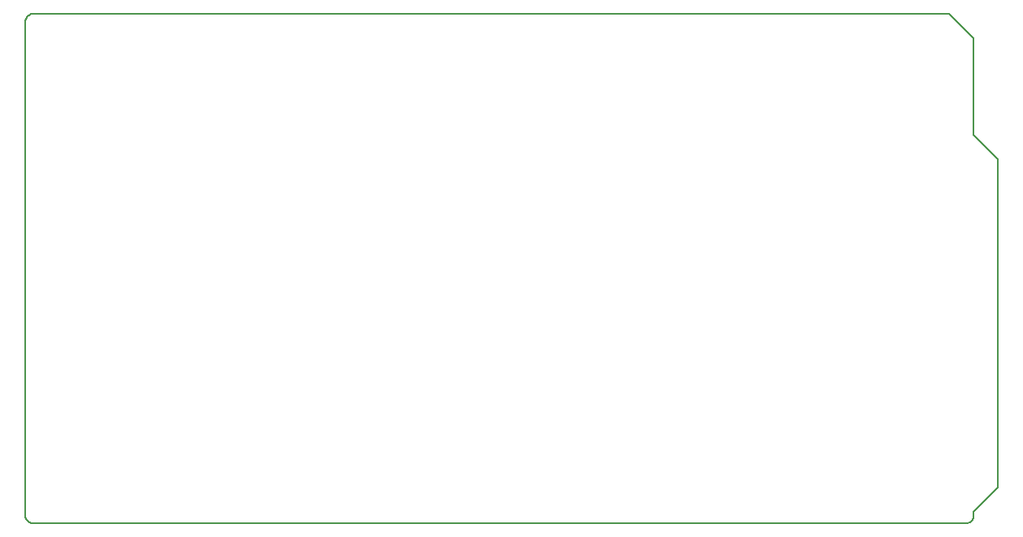
<source format=gm1>
G04 MADE WITH FRITZING*
G04 WWW.FRITZING.ORG*
G04 DOUBLE SIDED*
G04 HOLES PLATED*
G04 CONTOUR ON CENTER OF CONTOUR VECTOR*
%ASAXBY*%
%FSLAX23Y23*%
%MOIN*%
%OFA0B0*%
%SFA1.0B1.0*%
%ADD10C,0.008*%
%LNCONTOUR*%
G90*
G70*
G54D10*
X36Y2102D02*
X37Y2102D01*
X38Y2102D01*
X39Y2102D01*
X40Y2102D01*
X41Y2102D01*
X42Y2102D01*
X43Y2102D01*
X44Y2102D01*
X45Y2102D01*
X46Y2102D01*
X47Y2102D01*
X48Y2102D01*
X49Y2102D01*
X50Y2102D01*
X51Y2102D01*
X52Y2102D01*
X53Y2102D01*
X54Y2102D01*
X55Y2102D01*
X56Y2102D01*
X57Y2102D01*
X58Y2102D01*
X59Y2102D01*
X60Y2102D01*
X61Y2102D01*
X62Y2102D01*
X63Y2102D01*
X64Y2102D01*
X65Y2102D01*
X66Y2102D01*
X67Y2102D01*
X68Y2102D01*
X69Y2102D01*
X70Y2102D01*
X71Y2102D01*
X72Y2102D01*
X73Y2102D01*
X74Y2102D01*
X75Y2102D01*
X76Y2102D01*
X77Y2102D01*
X78Y2102D01*
X79Y2102D01*
X80Y2102D01*
X81Y2102D01*
X82Y2102D01*
X83Y2102D01*
X84Y2102D01*
X85Y2102D01*
X86Y2102D01*
X87Y2102D01*
X88Y2102D01*
X89Y2102D01*
X90Y2102D01*
X91Y2102D01*
X92Y2102D01*
X93Y2102D01*
X94Y2102D01*
X95Y2102D01*
X96Y2102D01*
X97Y2102D01*
X98Y2102D01*
X99Y2102D01*
X100Y2102D01*
X101Y2102D01*
X102Y2102D01*
X103Y2102D01*
X104Y2102D01*
X105Y2102D01*
X106Y2102D01*
X107Y2102D01*
X108Y2102D01*
X109Y2102D01*
X110Y2102D01*
X111Y2102D01*
X112Y2102D01*
X113Y2102D01*
X114Y2102D01*
X115Y2102D01*
X116Y2102D01*
X117Y2102D01*
X118Y2102D01*
X119Y2102D01*
X120Y2102D01*
X121Y2102D01*
X122Y2102D01*
X123Y2102D01*
X124Y2102D01*
X125Y2102D01*
X126Y2102D01*
X127Y2102D01*
X128Y2102D01*
X129Y2102D01*
X130Y2102D01*
X131Y2102D01*
X132Y2102D01*
X133Y2102D01*
X134Y2102D01*
X135Y2102D01*
X136Y2102D01*
X137Y2102D01*
X138Y2102D01*
X139Y2102D01*
X140Y2102D01*
X141Y2102D01*
X142Y2102D01*
X143Y2102D01*
X144Y2102D01*
X145Y2102D01*
X146Y2102D01*
X147Y2102D01*
X148Y2102D01*
X149Y2102D01*
X150Y2102D01*
X151Y2102D01*
X152Y2102D01*
X153Y2102D01*
X154Y2102D01*
X155Y2102D01*
X156Y2102D01*
X157Y2102D01*
X158Y2102D01*
X159Y2102D01*
X160Y2102D01*
X161Y2102D01*
X162Y2102D01*
X163Y2102D01*
X164Y2102D01*
X165Y2102D01*
X166Y2102D01*
X167Y2102D01*
X168Y2102D01*
X169Y2102D01*
X170Y2102D01*
X171Y2102D01*
X172Y2102D01*
X173Y2102D01*
X174Y2102D01*
X175Y2102D01*
X176Y2102D01*
X177Y2102D01*
X178Y2102D01*
X179Y2102D01*
X180Y2102D01*
X181Y2102D01*
X182Y2102D01*
X183Y2102D01*
X184Y2102D01*
X185Y2102D01*
X186Y2102D01*
X187Y2102D01*
X188Y2102D01*
X189Y2102D01*
X190Y2102D01*
X191Y2102D01*
X192Y2102D01*
X193Y2102D01*
X194Y2102D01*
X195Y2102D01*
X196Y2102D01*
X197Y2102D01*
X198Y2102D01*
X199Y2102D01*
X200Y2102D01*
X201Y2102D01*
X202Y2102D01*
X203Y2102D01*
X204Y2102D01*
X205Y2102D01*
X206Y2102D01*
X207Y2102D01*
X208Y2102D01*
X209Y2102D01*
X210Y2102D01*
X211Y2102D01*
X212Y2102D01*
X213Y2102D01*
X214Y2102D01*
X215Y2102D01*
X216Y2102D01*
X217Y2102D01*
X218Y2102D01*
X219Y2102D01*
X220Y2102D01*
X221Y2102D01*
X222Y2102D01*
X223Y2102D01*
X224Y2102D01*
X225Y2102D01*
X226Y2102D01*
X227Y2102D01*
X228Y2102D01*
X229Y2102D01*
X230Y2102D01*
X231Y2102D01*
X232Y2102D01*
X233Y2102D01*
X234Y2102D01*
X235Y2102D01*
X236Y2102D01*
X237Y2102D01*
X238Y2102D01*
X239Y2102D01*
X240Y2102D01*
X241Y2102D01*
X242Y2102D01*
X243Y2102D01*
X244Y2102D01*
X245Y2102D01*
X246Y2102D01*
X247Y2102D01*
X248Y2102D01*
X249Y2102D01*
X250Y2102D01*
X251Y2102D01*
X252Y2102D01*
X253Y2102D01*
X254Y2102D01*
X255Y2102D01*
X256Y2102D01*
X257Y2102D01*
X258Y2102D01*
X259Y2102D01*
X260Y2102D01*
X261Y2102D01*
X262Y2102D01*
X263Y2102D01*
X264Y2102D01*
X265Y2102D01*
X266Y2102D01*
X267Y2102D01*
X268Y2102D01*
X269Y2102D01*
X270Y2102D01*
X271Y2102D01*
X272Y2102D01*
X273Y2102D01*
X274Y2102D01*
X275Y2102D01*
X276Y2102D01*
X277Y2102D01*
X278Y2102D01*
X279Y2102D01*
X280Y2102D01*
X281Y2102D01*
X282Y2102D01*
X283Y2102D01*
X284Y2102D01*
X285Y2102D01*
X286Y2102D01*
X287Y2102D01*
X288Y2102D01*
X289Y2102D01*
X290Y2102D01*
X291Y2102D01*
X292Y2102D01*
X293Y2102D01*
X294Y2102D01*
X295Y2102D01*
X296Y2102D01*
X297Y2102D01*
X298Y2102D01*
X299Y2102D01*
X300Y2102D01*
X301Y2102D01*
X302Y2102D01*
X303Y2102D01*
X304Y2102D01*
X305Y2102D01*
X306Y2102D01*
X307Y2102D01*
X308Y2102D01*
X309Y2102D01*
X310Y2102D01*
X311Y2102D01*
X312Y2102D01*
X313Y2102D01*
X314Y2102D01*
X315Y2102D01*
X316Y2102D01*
X317Y2102D01*
X318Y2102D01*
X319Y2102D01*
X320Y2102D01*
X321Y2102D01*
X322Y2102D01*
X323Y2102D01*
X324Y2102D01*
X325Y2102D01*
X326Y2102D01*
X327Y2102D01*
X328Y2102D01*
X329Y2102D01*
X330Y2102D01*
X331Y2102D01*
X332Y2102D01*
X333Y2102D01*
X334Y2102D01*
X335Y2102D01*
X336Y2102D01*
X337Y2102D01*
X338Y2102D01*
X339Y2102D01*
X340Y2102D01*
X341Y2102D01*
X342Y2102D01*
X343Y2102D01*
X344Y2102D01*
X345Y2102D01*
X346Y2102D01*
X347Y2102D01*
X348Y2102D01*
X349Y2102D01*
X350Y2102D01*
X351Y2102D01*
X352Y2102D01*
X353Y2102D01*
X354Y2102D01*
X355Y2102D01*
X356Y2102D01*
X357Y2102D01*
X358Y2102D01*
X359Y2102D01*
X360Y2102D01*
X361Y2102D01*
X362Y2102D01*
X363Y2102D01*
X364Y2102D01*
X365Y2102D01*
X366Y2102D01*
X367Y2102D01*
X368Y2102D01*
X369Y2102D01*
X370Y2102D01*
X371Y2102D01*
X372Y2102D01*
X373Y2102D01*
X374Y2102D01*
X375Y2102D01*
X376Y2102D01*
X377Y2102D01*
X378Y2102D01*
X379Y2102D01*
X380Y2102D01*
X381Y2102D01*
X382Y2102D01*
X383Y2102D01*
X384Y2102D01*
X385Y2102D01*
X386Y2102D01*
X387Y2102D01*
X388Y2102D01*
X389Y2102D01*
X390Y2102D01*
X391Y2102D01*
X392Y2102D01*
X393Y2102D01*
X394Y2102D01*
X395Y2102D01*
X396Y2102D01*
X397Y2102D01*
X398Y2102D01*
X399Y2102D01*
X400Y2102D01*
X401Y2102D01*
X402Y2102D01*
X403Y2102D01*
X404Y2102D01*
X405Y2102D01*
X406Y2102D01*
X407Y2102D01*
X408Y2102D01*
X409Y2102D01*
X410Y2102D01*
X411Y2102D01*
X412Y2102D01*
X413Y2102D01*
X414Y2102D01*
X415Y2102D01*
X416Y2102D01*
X417Y2102D01*
X418Y2102D01*
X419Y2102D01*
X420Y2102D01*
X421Y2102D01*
X422Y2102D01*
X423Y2102D01*
X424Y2102D01*
X425Y2102D01*
X426Y2102D01*
X427Y2102D01*
X428Y2102D01*
X429Y2102D01*
X430Y2102D01*
X431Y2102D01*
X432Y2102D01*
X433Y2102D01*
X434Y2102D01*
X435Y2102D01*
X436Y2102D01*
X437Y2102D01*
X438Y2102D01*
X439Y2102D01*
X440Y2102D01*
X441Y2102D01*
X442Y2102D01*
X443Y2102D01*
X444Y2102D01*
X445Y2102D01*
X446Y2102D01*
X447Y2102D01*
X448Y2102D01*
X449Y2102D01*
X450Y2102D01*
X451Y2102D01*
X452Y2102D01*
X453Y2102D01*
X454Y2102D01*
X455Y2102D01*
X456Y2102D01*
X457Y2102D01*
X458Y2102D01*
X459Y2102D01*
X460Y2102D01*
X461Y2102D01*
X462Y2102D01*
X463Y2102D01*
X464Y2102D01*
X465Y2102D01*
X466Y2102D01*
X467Y2102D01*
X468Y2102D01*
X469Y2102D01*
X470Y2102D01*
X471Y2102D01*
X472Y2102D01*
X473Y2102D01*
X474Y2102D01*
X475Y2102D01*
X476Y2102D01*
X477Y2102D01*
X478Y2102D01*
X479Y2102D01*
X480Y2102D01*
X481Y2102D01*
X482Y2102D01*
X483Y2102D01*
X484Y2102D01*
X485Y2102D01*
X486Y2102D01*
X487Y2102D01*
X488Y2102D01*
X489Y2102D01*
X490Y2102D01*
X491Y2102D01*
X492Y2102D01*
X493Y2102D01*
X494Y2102D01*
X495Y2102D01*
X496Y2102D01*
X497Y2102D01*
X498Y2102D01*
X499Y2102D01*
X500Y2102D01*
X501Y2102D01*
X502Y2102D01*
X503Y2102D01*
X504Y2102D01*
X505Y2102D01*
X506Y2102D01*
X507Y2102D01*
X508Y2102D01*
X509Y2102D01*
X510Y2102D01*
X511Y2102D01*
X512Y2102D01*
X513Y2102D01*
X514Y2102D01*
X515Y2102D01*
X516Y2102D01*
X517Y2102D01*
X518Y2102D01*
X519Y2102D01*
X520Y2102D01*
X521Y2102D01*
X522Y2102D01*
X523Y2102D01*
X524Y2102D01*
X525Y2102D01*
X526Y2102D01*
X527Y2102D01*
X528Y2102D01*
X529Y2102D01*
X530Y2102D01*
X531Y2102D01*
X532Y2102D01*
X533Y2102D01*
X534Y2102D01*
X535Y2102D01*
X536Y2102D01*
X537Y2102D01*
X538Y2102D01*
X539Y2102D01*
X540Y2102D01*
X541Y2102D01*
X542Y2102D01*
X543Y2102D01*
X544Y2102D01*
X545Y2102D01*
X546Y2102D01*
X547Y2102D01*
X548Y2102D01*
X549Y2102D01*
X550Y2102D01*
X551Y2102D01*
X552Y2102D01*
X553Y2102D01*
X554Y2102D01*
X555Y2102D01*
X556Y2102D01*
X557Y2102D01*
X558Y2102D01*
X559Y2102D01*
X560Y2102D01*
X561Y2102D01*
X562Y2102D01*
X563Y2102D01*
X564Y2102D01*
X565Y2102D01*
X566Y2102D01*
X567Y2102D01*
X568Y2102D01*
X569Y2102D01*
X570Y2102D01*
X571Y2102D01*
X572Y2102D01*
X573Y2102D01*
X574Y2102D01*
X575Y2102D01*
X576Y2102D01*
X577Y2102D01*
X578Y2102D01*
X579Y2102D01*
X580Y2102D01*
X581Y2102D01*
X582Y2102D01*
X583Y2102D01*
X584Y2102D01*
X585Y2102D01*
X586Y2102D01*
X587Y2102D01*
X588Y2102D01*
X589Y2102D01*
X590Y2102D01*
X591Y2102D01*
X592Y2102D01*
X593Y2102D01*
X594Y2102D01*
X595Y2102D01*
X596Y2102D01*
X597Y2102D01*
X598Y2102D01*
X599Y2102D01*
X600Y2102D01*
X601Y2102D01*
X602Y2102D01*
X603Y2102D01*
X604Y2102D01*
X605Y2102D01*
X606Y2102D01*
X607Y2102D01*
X608Y2102D01*
X609Y2102D01*
X610Y2102D01*
X611Y2102D01*
X612Y2102D01*
X613Y2102D01*
X614Y2102D01*
X615Y2102D01*
X616Y2102D01*
X617Y2102D01*
X618Y2102D01*
X619Y2102D01*
X620Y2102D01*
X621Y2102D01*
X622Y2102D01*
X623Y2102D01*
X624Y2102D01*
X625Y2102D01*
X626Y2102D01*
X627Y2102D01*
X628Y2102D01*
X629Y2102D01*
X630Y2102D01*
X631Y2102D01*
X632Y2102D01*
X633Y2102D01*
X634Y2102D01*
X635Y2102D01*
X636Y2102D01*
X637Y2102D01*
X638Y2102D01*
X639Y2102D01*
X640Y2102D01*
X641Y2102D01*
X642Y2102D01*
X643Y2102D01*
X644Y2102D01*
X645Y2102D01*
X646Y2102D01*
X647Y2102D01*
X648Y2102D01*
X649Y2102D01*
X650Y2102D01*
X651Y2102D01*
X652Y2102D01*
X653Y2102D01*
X654Y2102D01*
X655Y2102D01*
X656Y2102D01*
X657Y2102D01*
X658Y2102D01*
X659Y2102D01*
X660Y2102D01*
X661Y2102D01*
X662Y2102D01*
X663Y2102D01*
X664Y2102D01*
X665Y2102D01*
X666Y2102D01*
X667Y2102D01*
X668Y2102D01*
X669Y2102D01*
X670Y2102D01*
X671Y2102D01*
X672Y2102D01*
X673Y2102D01*
X674Y2102D01*
X675Y2102D01*
X676Y2102D01*
X677Y2102D01*
X678Y2102D01*
X679Y2102D01*
X680Y2102D01*
X681Y2102D01*
X682Y2102D01*
X683Y2102D01*
X684Y2102D01*
X685Y2102D01*
X686Y2102D01*
X687Y2102D01*
X688Y2102D01*
X689Y2102D01*
X690Y2102D01*
X691Y2102D01*
X692Y2102D01*
X693Y2102D01*
X694Y2102D01*
X695Y2102D01*
X696Y2102D01*
X697Y2102D01*
X698Y2102D01*
X699Y2102D01*
X700Y2102D01*
X701Y2102D01*
X702Y2102D01*
X703Y2102D01*
X704Y2102D01*
X705Y2102D01*
X706Y2102D01*
X707Y2102D01*
X708Y2102D01*
X709Y2102D01*
X710Y2102D01*
X711Y2102D01*
X712Y2102D01*
X713Y2102D01*
X714Y2102D01*
X715Y2102D01*
X716Y2102D01*
X717Y2102D01*
X718Y2102D01*
X719Y2102D01*
X720Y2102D01*
X721Y2102D01*
X722Y2102D01*
X723Y2102D01*
X724Y2102D01*
X725Y2102D01*
X726Y2102D01*
X727Y2102D01*
X728Y2102D01*
X729Y2102D01*
X730Y2102D01*
X731Y2102D01*
X732Y2102D01*
X733Y2102D01*
X734Y2102D01*
X735Y2102D01*
X736Y2102D01*
X737Y2102D01*
X738Y2102D01*
X739Y2102D01*
X740Y2102D01*
X741Y2102D01*
X742Y2102D01*
X743Y2102D01*
X744Y2102D01*
X745Y2102D01*
X746Y2102D01*
X747Y2102D01*
X748Y2102D01*
X749Y2102D01*
X750Y2102D01*
X751Y2102D01*
X752Y2102D01*
X753Y2102D01*
X754Y2102D01*
X755Y2102D01*
X756Y2102D01*
X757Y2102D01*
X758Y2102D01*
X759Y2102D01*
X760Y2102D01*
X761Y2102D01*
X762Y2102D01*
X763Y2102D01*
X764Y2102D01*
X765Y2102D01*
X766Y2102D01*
X767Y2102D01*
X768Y2102D01*
X769Y2102D01*
X770Y2102D01*
X771Y2102D01*
X772Y2102D01*
X773Y2102D01*
X774Y2102D01*
X775Y2102D01*
X776Y2102D01*
X777Y2102D01*
X778Y2102D01*
X779Y2102D01*
X780Y2102D01*
X781Y2102D01*
X782Y2102D01*
X783Y2102D01*
X784Y2102D01*
X785Y2102D01*
X786Y2102D01*
X787Y2102D01*
X788Y2102D01*
X789Y2102D01*
X790Y2102D01*
X791Y2102D01*
X792Y2102D01*
X793Y2102D01*
X794Y2102D01*
X795Y2102D01*
X796Y2102D01*
X797Y2102D01*
X798Y2102D01*
X799Y2102D01*
X800Y2102D01*
X801Y2102D01*
X802Y2102D01*
X803Y2102D01*
X804Y2102D01*
X805Y2102D01*
X806Y2102D01*
X807Y2102D01*
X808Y2102D01*
X809Y2102D01*
X810Y2102D01*
X811Y2102D01*
X812Y2102D01*
X813Y2102D01*
X814Y2102D01*
X815Y2102D01*
X816Y2102D01*
X817Y2102D01*
X818Y2102D01*
X819Y2102D01*
X820Y2102D01*
X821Y2102D01*
X822Y2102D01*
X823Y2102D01*
X824Y2102D01*
X825Y2102D01*
X826Y2102D01*
X827Y2102D01*
X828Y2102D01*
X829Y2102D01*
X830Y2102D01*
X831Y2102D01*
X832Y2102D01*
X833Y2102D01*
X834Y2102D01*
X835Y2102D01*
X836Y2102D01*
X837Y2102D01*
X838Y2102D01*
X839Y2102D01*
X840Y2102D01*
X841Y2102D01*
X842Y2102D01*
X843Y2102D01*
X844Y2102D01*
X845Y2102D01*
X846Y2102D01*
X847Y2102D01*
X848Y2102D01*
X849Y2102D01*
X850Y2102D01*
X851Y2102D01*
X852Y2102D01*
X853Y2102D01*
X854Y2102D01*
X855Y2102D01*
X856Y2102D01*
X857Y2102D01*
X858Y2102D01*
X859Y2102D01*
X860Y2102D01*
X861Y2102D01*
X862Y2102D01*
X863Y2102D01*
X864Y2102D01*
X865Y2102D01*
X866Y2102D01*
X867Y2102D01*
X868Y2102D01*
X869Y2102D01*
X870Y2102D01*
X871Y2102D01*
X872Y2102D01*
X873Y2102D01*
X874Y2102D01*
X875Y2102D01*
X876Y2102D01*
X877Y2102D01*
X878Y2102D01*
X879Y2102D01*
X880Y2102D01*
X881Y2102D01*
X882Y2102D01*
X883Y2102D01*
X884Y2102D01*
X885Y2102D01*
X886Y2102D01*
X887Y2102D01*
X888Y2102D01*
X889Y2102D01*
X890Y2102D01*
X891Y2102D01*
X892Y2102D01*
X893Y2102D01*
X894Y2102D01*
X895Y2102D01*
X896Y2102D01*
X897Y2102D01*
X898Y2102D01*
X899Y2102D01*
X900Y2102D01*
X901Y2102D01*
X902Y2102D01*
X903Y2102D01*
X904Y2102D01*
X905Y2102D01*
X906Y2102D01*
X907Y2102D01*
X908Y2102D01*
X909Y2102D01*
X910Y2102D01*
X911Y2102D01*
X912Y2102D01*
X913Y2102D01*
X914Y2102D01*
X915Y2102D01*
X916Y2102D01*
X917Y2102D01*
X918Y2102D01*
X919Y2102D01*
X920Y2102D01*
X921Y2102D01*
X922Y2102D01*
X923Y2102D01*
X924Y2102D01*
X925Y2102D01*
X926Y2102D01*
X927Y2102D01*
X928Y2102D01*
X929Y2102D01*
X930Y2102D01*
X931Y2102D01*
X932Y2102D01*
X933Y2102D01*
X934Y2102D01*
X935Y2102D01*
X936Y2102D01*
X937Y2102D01*
X938Y2102D01*
X939Y2102D01*
X940Y2102D01*
X941Y2102D01*
X942Y2102D01*
X943Y2102D01*
X944Y2102D01*
X945Y2102D01*
X946Y2102D01*
X947Y2102D01*
X948Y2102D01*
X949Y2102D01*
X950Y2102D01*
X951Y2102D01*
X952Y2102D01*
X953Y2102D01*
X954Y2102D01*
X955Y2102D01*
X956Y2102D01*
X957Y2102D01*
X958Y2102D01*
X959Y2102D01*
X960Y2102D01*
X961Y2102D01*
X962Y2102D01*
X963Y2102D01*
X964Y2102D01*
X965Y2102D01*
X966Y2102D01*
X967Y2102D01*
X968Y2102D01*
X969Y2102D01*
X970Y2102D01*
X971Y2102D01*
X972Y2102D01*
X973Y2102D01*
X974Y2102D01*
X975Y2102D01*
X976Y2102D01*
X977Y2102D01*
X978Y2102D01*
X979Y2102D01*
X980Y2102D01*
X981Y2102D01*
X982Y2102D01*
X983Y2102D01*
X984Y2102D01*
X985Y2102D01*
X986Y2102D01*
X987Y2102D01*
X988Y2102D01*
X989Y2102D01*
X990Y2102D01*
X991Y2102D01*
X992Y2102D01*
X993Y2102D01*
X994Y2102D01*
X995Y2102D01*
X996Y2102D01*
X997Y2102D01*
X998Y2102D01*
X999Y2102D01*
X1000Y2102D01*
X1001Y2102D01*
X1002Y2102D01*
X1003Y2102D01*
X1004Y2102D01*
X1005Y2102D01*
X1006Y2102D01*
X1007Y2102D01*
X1008Y2102D01*
X1009Y2102D01*
X1010Y2102D01*
X1011Y2102D01*
X1012Y2102D01*
X1013Y2102D01*
X1014Y2102D01*
X1015Y2102D01*
X1016Y2102D01*
X1017Y2102D01*
X1018Y2102D01*
X1019Y2102D01*
X1020Y2102D01*
X1021Y2102D01*
X1022Y2102D01*
X1023Y2102D01*
X1024Y2102D01*
X1025Y2102D01*
X1026Y2102D01*
X1027Y2102D01*
X1028Y2102D01*
X1029Y2102D01*
X1030Y2102D01*
X1031Y2102D01*
X1032Y2102D01*
X1033Y2102D01*
X1034Y2102D01*
X1035Y2102D01*
X1036Y2102D01*
X1037Y2102D01*
X1038Y2102D01*
X1039Y2102D01*
X1040Y2102D01*
X1041Y2102D01*
X1042Y2102D01*
X1043Y2102D01*
X1044Y2102D01*
X1045Y2102D01*
X1046Y2102D01*
X1047Y2102D01*
X1048Y2102D01*
X1049Y2102D01*
X1050Y2102D01*
X1051Y2102D01*
X1052Y2102D01*
X1053Y2102D01*
X1054Y2102D01*
X1055Y2102D01*
X1056Y2102D01*
X1057Y2102D01*
X1058Y2102D01*
X1059Y2102D01*
X1060Y2102D01*
X1061Y2102D01*
X1062Y2102D01*
X1063Y2102D01*
X1064Y2102D01*
X1065Y2102D01*
X1066Y2102D01*
X1067Y2102D01*
X1068Y2102D01*
X1069Y2102D01*
X1070Y2102D01*
X1071Y2102D01*
X1072Y2102D01*
X1073Y2102D01*
X1074Y2102D01*
X1075Y2102D01*
X1076Y2102D01*
X1077Y2102D01*
X1078Y2102D01*
X1079Y2102D01*
X1080Y2102D01*
X1081Y2102D01*
X1082Y2102D01*
X1083Y2102D01*
X1084Y2102D01*
X1085Y2102D01*
X1086Y2102D01*
X1087Y2102D01*
X1088Y2102D01*
X1089Y2102D01*
X1090Y2102D01*
X1091Y2102D01*
X1092Y2102D01*
X1093Y2102D01*
X1094Y2102D01*
X1095Y2102D01*
X1096Y2102D01*
X1097Y2102D01*
X1098Y2102D01*
X1099Y2102D01*
X1100Y2102D01*
X1101Y2102D01*
X1102Y2102D01*
X1103Y2102D01*
X1104Y2102D01*
X1105Y2102D01*
X1106Y2102D01*
X1107Y2102D01*
X1108Y2102D01*
X1109Y2102D01*
X1110Y2102D01*
X1111Y2102D01*
X1112Y2102D01*
X1113Y2102D01*
X1114Y2102D01*
X1115Y2102D01*
X1116Y2102D01*
X1117Y2102D01*
X1118Y2102D01*
X1119Y2102D01*
X1120Y2102D01*
X1121Y2102D01*
X1122Y2102D01*
X1123Y2102D01*
X1124Y2102D01*
X1125Y2102D01*
X1126Y2102D01*
X1127Y2102D01*
X1128Y2102D01*
X1129Y2102D01*
X1130Y2102D01*
X1131Y2102D01*
X1132Y2102D01*
X1133Y2102D01*
X1134Y2102D01*
X1135Y2102D01*
X1136Y2102D01*
X1137Y2102D01*
X1138Y2102D01*
X1139Y2102D01*
X1140Y2102D01*
X1141Y2102D01*
X1142Y2102D01*
X1143Y2102D01*
X1144Y2102D01*
X1145Y2102D01*
X1146Y2102D01*
X1147Y2102D01*
X1148Y2102D01*
X1149Y2102D01*
X1150Y2102D01*
X1151Y2102D01*
X1152Y2102D01*
X1153Y2102D01*
X1154Y2102D01*
X1155Y2102D01*
X1156Y2102D01*
X1157Y2102D01*
X1158Y2102D01*
X1159Y2102D01*
X1160Y2102D01*
X1161Y2102D01*
X1162Y2102D01*
X1163Y2102D01*
X1164Y2102D01*
X1165Y2102D01*
X1166Y2102D01*
X1167Y2102D01*
X1168Y2102D01*
X1169Y2102D01*
X1170Y2102D01*
X1171Y2102D01*
X1172Y2102D01*
X1173Y2102D01*
X1174Y2102D01*
X1175Y2102D01*
X1176Y2102D01*
X1177Y2102D01*
X1178Y2102D01*
X1179Y2102D01*
X1180Y2102D01*
X1181Y2102D01*
X1182Y2102D01*
X1183Y2102D01*
X1184Y2102D01*
X1185Y2102D01*
X1186Y2102D01*
X1187Y2102D01*
X1188Y2102D01*
X1189Y2102D01*
X1190Y2102D01*
X1191Y2102D01*
X1192Y2102D01*
X1193Y2102D01*
X1194Y2102D01*
X1195Y2102D01*
X1196Y2102D01*
X1197Y2102D01*
X1198Y2102D01*
X1199Y2102D01*
X1200Y2102D01*
X1201Y2102D01*
X1202Y2102D01*
X1203Y2102D01*
X1204Y2102D01*
X1205Y2102D01*
X1206Y2102D01*
X1207Y2102D01*
X1208Y2102D01*
X1209Y2102D01*
X1210Y2102D01*
X1211Y2102D01*
X1212Y2102D01*
X1213Y2102D01*
X1214Y2102D01*
X1215Y2102D01*
X1216Y2102D01*
X1217Y2102D01*
X1218Y2102D01*
X1219Y2102D01*
X1220Y2102D01*
X1221Y2102D01*
X1222Y2102D01*
X1223Y2102D01*
X1224Y2102D01*
X1225Y2102D01*
X1226Y2102D01*
X1227Y2102D01*
X1228Y2102D01*
X1229Y2102D01*
X1230Y2102D01*
X1231Y2102D01*
X1232Y2102D01*
X1233Y2102D01*
X1234Y2102D01*
X1235Y2102D01*
X1236Y2102D01*
X1237Y2102D01*
X1238Y2102D01*
X1239Y2102D01*
X1240Y2102D01*
X1241Y2102D01*
X1242Y2102D01*
X1243Y2102D01*
X1244Y2102D01*
X1245Y2102D01*
X1246Y2102D01*
X1247Y2102D01*
X1248Y2102D01*
X1249Y2102D01*
X1250Y2102D01*
X1251Y2102D01*
X1252Y2102D01*
X1253Y2102D01*
X1254Y2102D01*
X1255Y2102D01*
X1256Y2102D01*
X1257Y2102D01*
X1258Y2102D01*
X1259Y2102D01*
X1260Y2102D01*
X1261Y2102D01*
X1262Y2102D01*
X1263Y2102D01*
X1264Y2102D01*
X1265Y2102D01*
X1266Y2102D01*
X1267Y2102D01*
X1268Y2102D01*
X1269Y2102D01*
X1270Y2102D01*
X1271Y2102D01*
X1272Y2102D01*
X1273Y2102D01*
X1274Y2102D01*
X1275Y2102D01*
X1276Y2102D01*
X1277Y2102D01*
X1278Y2102D01*
X1279Y2102D01*
X1280Y2102D01*
X1281Y2102D01*
X1282Y2102D01*
X1283Y2102D01*
X1284Y2102D01*
X1285Y2102D01*
X1286Y2102D01*
X1287Y2102D01*
X1288Y2102D01*
X1289Y2102D01*
X1290Y2102D01*
X1291Y2102D01*
X1292Y2102D01*
X1293Y2102D01*
X1294Y2102D01*
X1295Y2102D01*
X1296Y2102D01*
X1297Y2102D01*
X1298Y2102D01*
X1299Y2102D01*
X1300Y2102D01*
X1301Y2102D01*
X1302Y2102D01*
X1303Y2102D01*
X1304Y2102D01*
X1305Y2102D01*
X1306Y2102D01*
X1307Y2102D01*
X1308Y2102D01*
X1309Y2102D01*
X1310Y2102D01*
X1311Y2102D01*
X1312Y2102D01*
X1313Y2102D01*
X1314Y2102D01*
X1315Y2102D01*
X1316Y2102D01*
X1317Y2102D01*
X1318Y2102D01*
X1319Y2102D01*
X1320Y2102D01*
X1321Y2102D01*
X1322Y2102D01*
X1323Y2102D01*
X1324Y2102D01*
X1325Y2102D01*
X1326Y2102D01*
X1327Y2102D01*
X1328Y2102D01*
X1329Y2102D01*
X1330Y2102D01*
X1331Y2102D01*
X1332Y2102D01*
X1333Y2102D01*
X1334Y2102D01*
X1335Y2102D01*
X1336Y2102D01*
X1337Y2102D01*
X1338Y2102D01*
X1339Y2102D01*
X1340Y2102D01*
X1341Y2102D01*
X1342Y2102D01*
X1343Y2102D01*
X1344Y2102D01*
X1345Y2102D01*
X1346Y2102D01*
X1347Y2102D01*
X1348Y2102D01*
X1349Y2102D01*
X1350Y2102D01*
X1351Y2102D01*
X1352Y2102D01*
X1353Y2102D01*
X1354Y2102D01*
X1355Y2102D01*
X1356Y2102D01*
X1357Y2102D01*
X1358Y2102D01*
X1359Y2102D01*
X1360Y2102D01*
X1361Y2102D01*
X1362Y2102D01*
X1363Y2102D01*
X1364Y2102D01*
X1365Y2102D01*
X1366Y2102D01*
X1367Y2102D01*
X1368Y2102D01*
X1369Y2102D01*
X1370Y2102D01*
X1371Y2102D01*
X1372Y2102D01*
X1373Y2102D01*
X1374Y2102D01*
X1375Y2102D01*
X1376Y2102D01*
X1377Y2102D01*
X1378Y2102D01*
X1379Y2102D01*
X1380Y2102D01*
X1381Y2102D01*
X1382Y2102D01*
X1383Y2102D01*
X1384Y2102D01*
X1385Y2102D01*
X1386Y2102D01*
X1387Y2102D01*
X1388Y2102D01*
X1389Y2102D01*
X1390Y2102D01*
X1391Y2102D01*
X1392Y2102D01*
X1393Y2102D01*
X1394Y2102D01*
X1395Y2102D01*
X1396Y2102D01*
X1397Y2102D01*
X1398Y2102D01*
X1399Y2102D01*
X1400Y2102D01*
X1401Y2102D01*
X1402Y2102D01*
X1403Y2102D01*
X1404Y2102D01*
X1405Y2102D01*
X1406Y2102D01*
X1407Y2102D01*
X1408Y2102D01*
X1409Y2102D01*
X1410Y2102D01*
X1411Y2102D01*
X1412Y2102D01*
X1413Y2102D01*
X1414Y2102D01*
X1415Y2102D01*
X1416Y2102D01*
X1417Y2102D01*
X1418Y2102D01*
X1419Y2102D01*
X1420Y2102D01*
X1421Y2102D01*
X1422Y2102D01*
X1423Y2102D01*
X1424Y2102D01*
X1425Y2102D01*
X1426Y2102D01*
X1427Y2102D01*
X1428Y2102D01*
X1429Y2102D01*
X1430Y2102D01*
X1431Y2102D01*
X1432Y2102D01*
X1433Y2102D01*
X1434Y2102D01*
X1435Y2102D01*
X1436Y2102D01*
X1437Y2102D01*
X1438Y2102D01*
X1439Y2102D01*
X1440Y2102D01*
X1441Y2102D01*
X1442Y2102D01*
X1443Y2102D01*
X1444Y2102D01*
X1445Y2102D01*
X1446Y2102D01*
X1447Y2102D01*
X1448Y2102D01*
X1449Y2102D01*
X1450Y2102D01*
X1451Y2102D01*
X1452Y2102D01*
X1453Y2102D01*
X1454Y2102D01*
X1455Y2102D01*
X1456Y2102D01*
X1457Y2102D01*
X1458Y2102D01*
X1459Y2102D01*
X1460Y2102D01*
X1461Y2102D01*
X1462Y2102D01*
X1463Y2102D01*
X1464Y2102D01*
X1465Y2102D01*
X1466Y2102D01*
X1467Y2102D01*
X1468Y2102D01*
X1469Y2102D01*
X1470Y2102D01*
X1471Y2102D01*
X1472Y2102D01*
X1473Y2102D01*
X1474Y2102D01*
X1475Y2102D01*
X1476Y2102D01*
X1477Y2102D01*
X1478Y2102D01*
X1479Y2102D01*
X1480Y2102D01*
X1481Y2102D01*
X1482Y2102D01*
X1483Y2102D01*
X1484Y2102D01*
X1485Y2102D01*
X1486Y2102D01*
X1487Y2102D01*
X1488Y2102D01*
X1489Y2102D01*
X1490Y2102D01*
X1491Y2102D01*
X1492Y2102D01*
X1493Y2102D01*
X1494Y2102D01*
X1495Y2102D01*
X1496Y2102D01*
X1497Y2102D01*
X1498Y2102D01*
X1499Y2102D01*
X1500Y2102D01*
X1501Y2102D01*
X1502Y2102D01*
X1503Y2102D01*
X1504Y2102D01*
X1505Y2102D01*
X1506Y2102D01*
X1507Y2102D01*
X1508Y2102D01*
X1509Y2102D01*
X1510Y2102D01*
X1511Y2102D01*
X1512Y2102D01*
X1513Y2102D01*
X1514Y2102D01*
X1515Y2102D01*
X1516Y2102D01*
X1517Y2102D01*
X1518Y2102D01*
X1519Y2102D01*
X1520Y2102D01*
X1521Y2102D01*
X1522Y2102D01*
X1523Y2102D01*
X1524Y2102D01*
X1525Y2102D01*
X1526Y2102D01*
X1527Y2102D01*
X1528Y2102D01*
X1529Y2102D01*
X1530Y2102D01*
X1531Y2102D01*
X1532Y2102D01*
X1533Y2102D01*
X1534Y2102D01*
X1535Y2102D01*
X1536Y2102D01*
X1537Y2102D01*
X1538Y2102D01*
X1539Y2102D01*
X1540Y2102D01*
X1541Y2102D01*
X1542Y2102D01*
X1543Y2102D01*
X1544Y2102D01*
X1545Y2102D01*
X1546Y2102D01*
X1547Y2102D01*
X1548Y2102D01*
X1549Y2102D01*
X1550Y2102D01*
X1551Y2102D01*
X1552Y2102D01*
X1553Y2102D01*
X1554Y2102D01*
X1555Y2102D01*
X1556Y2102D01*
X1557Y2102D01*
X1558Y2102D01*
X1559Y2102D01*
X1560Y2102D01*
X1561Y2102D01*
X1562Y2102D01*
X1563Y2102D01*
X1564Y2102D01*
X1565Y2102D01*
X1566Y2102D01*
X1567Y2102D01*
X1568Y2102D01*
X1569Y2102D01*
X1570Y2102D01*
X1571Y2102D01*
X1572Y2102D01*
X1573Y2102D01*
X1574Y2102D01*
X1575Y2102D01*
X1576Y2102D01*
X1577Y2102D01*
X1578Y2102D01*
X1579Y2102D01*
X1580Y2102D01*
X1581Y2102D01*
X1582Y2102D01*
X1583Y2102D01*
X1584Y2102D01*
X1585Y2102D01*
X1586Y2102D01*
X1587Y2102D01*
X1588Y2102D01*
X1589Y2102D01*
X1590Y2102D01*
X1591Y2102D01*
X1592Y2102D01*
X1593Y2102D01*
X1594Y2102D01*
X1595Y2102D01*
X1596Y2102D01*
X1597Y2102D01*
X1598Y2102D01*
X1599Y2102D01*
X1600Y2102D01*
X1601Y2102D01*
X1602Y2102D01*
X1603Y2102D01*
X1604Y2102D01*
X1605Y2102D01*
X1606Y2102D01*
X1607Y2102D01*
X1608Y2102D01*
X1609Y2102D01*
X1610Y2102D01*
X1611Y2102D01*
X1612Y2102D01*
X1613Y2102D01*
X1614Y2102D01*
X1615Y2102D01*
X1616Y2102D01*
X1617Y2102D01*
X1618Y2102D01*
X1619Y2102D01*
X1620Y2102D01*
X1621Y2102D01*
X1622Y2102D01*
X1623Y2102D01*
X1624Y2102D01*
X1625Y2102D01*
X1626Y2102D01*
X1627Y2102D01*
X1628Y2102D01*
X1629Y2102D01*
X1630Y2102D01*
X1631Y2102D01*
X1632Y2102D01*
X1633Y2102D01*
X1634Y2102D01*
X1635Y2102D01*
X1636Y2102D01*
X1637Y2102D01*
X1638Y2102D01*
X1639Y2102D01*
X1640Y2102D01*
X1641Y2102D01*
X1642Y2102D01*
X1643Y2102D01*
X1644Y2102D01*
X1645Y2102D01*
X1646Y2102D01*
X1647Y2102D01*
X1648Y2102D01*
X1649Y2102D01*
X1650Y2102D01*
X1651Y2102D01*
X1652Y2102D01*
X1653Y2102D01*
X1654Y2102D01*
X1655Y2102D01*
X1656Y2102D01*
X1657Y2102D01*
X1658Y2102D01*
X1659Y2102D01*
X1660Y2102D01*
X1661Y2102D01*
X1662Y2102D01*
X1663Y2102D01*
X1664Y2102D01*
X1665Y2102D01*
X1666Y2102D01*
X1667Y2102D01*
X1668Y2102D01*
X1669Y2102D01*
X1670Y2102D01*
X1671Y2102D01*
X1672Y2102D01*
X1673Y2102D01*
X1674Y2102D01*
X1675Y2102D01*
X1676Y2102D01*
X1677Y2102D01*
X1678Y2102D01*
X1679Y2102D01*
X1680Y2102D01*
X1681Y2102D01*
X1682Y2102D01*
X1683Y2102D01*
X1684Y2102D01*
X1685Y2102D01*
X1686Y2102D01*
X1687Y2102D01*
X1688Y2102D01*
X1689Y2102D01*
X1690Y2102D01*
X1691Y2102D01*
X1692Y2102D01*
X1693Y2102D01*
X1694Y2102D01*
X1695Y2102D01*
X1696Y2102D01*
X1697Y2102D01*
X1698Y2102D01*
X1699Y2102D01*
X1700Y2102D01*
X1701Y2102D01*
X1702Y2102D01*
X1703Y2102D01*
X1704Y2102D01*
X1705Y2102D01*
X1706Y2102D01*
X1707Y2102D01*
X1708Y2102D01*
X1709Y2102D01*
X1710Y2102D01*
X1711Y2102D01*
X1712Y2102D01*
X1713Y2102D01*
X1714Y2102D01*
X1715Y2102D01*
X1716Y2102D01*
X1717Y2102D01*
X1718Y2102D01*
X1719Y2102D01*
X1720Y2102D01*
X1721Y2102D01*
X1722Y2102D01*
X1723Y2102D01*
X1724Y2102D01*
X1725Y2102D01*
X1726Y2102D01*
X1727Y2102D01*
X1728Y2102D01*
X1729Y2102D01*
X1730Y2102D01*
X1731Y2102D01*
X1732Y2102D01*
X1733Y2102D01*
X1734Y2102D01*
X1735Y2102D01*
X1736Y2102D01*
X1737Y2102D01*
X1738Y2102D01*
X1739Y2102D01*
X1740Y2102D01*
X1741Y2102D01*
X1742Y2102D01*
X1743Y2102D01*
X1744Y2102D01*
X1745Y2102D01*
X1746Y2102D01*
X1747Y2102D01*
X1748Y2102D01*
X1749Y2102D01*
X1750Y2102D01*
X1751Y2102D01*
X1752Y2102D01*
X1753Y2102D01*
X1754Y2102D01*
X1755Y2102D01*
X1756Y2102D01*
X1757Y2102D01*
X1758Y2102D01*
X1759Y2102D01*
X1760Y2102D01*
X1761Y2102D01*
X1762Y2102D01*
X1763Y2102D01*
X1764Y2102D01*
X1765Y2102D01*
X1766Y2102D01*
X1767Y2102D01*
X1768Y2102D01*
X1769Y2102D01*
X1770Y2102D01*
X1771Y2102D01*
X1772Y2102D01*
X1773Y2102D01*
X1774Y2102D01*
X1775Y2102D01*
X1776Y2102D01*
X1777Y2102D01*
X1778Y2102D01*
X1779Y2102D01*
X1780Y2102D01*
X1781Y2102D01*
X1782Y2102D01*
X1783Y2102D01*
X1784Y2102D01*
X1785Y2102D01*
X1786Y2102D01*
X1787Y2102D01*
X1788Y2102D01*
X1789Y2102D01*
X1790Y2102D01*
X1791Y2102D01*
X1792Y2102D01*
X1793Y2102D01*
X1794Y2102D01*
X1795Y2102D01*
X1796Y2102D01*
X1797Y2102D01*
X1798Y2102D01*
X1799Y2102D01*
X1800Y2102D01*
X1801Y2102D01*
X1802Y2102D01*
X1803Y2102D01*
X1804Y2102D01*
X1805Y2102D01*
X1806Y2102D01*
X1807Y2102D01*
X1808Y2102D01*
X1809Y2102D01*
X1810Y2102D01*
X1811Y2102D01*
X1812Y2102D01*
X1813Y2102D01*
X1814Y2102D01*
X1815Y2102D01*
X1816Y2102D01*
X1817Y2102D01*
X1818Y2102D01*
X1819Y2102D01*
X1820Y2102D01*
X1821Y2102D01*
X1822Y2102D01*
X1823Y2102D01*
X1824Y2102D01*
X1825Y2102D01*
X1826Y2102D01*
X1827Y2102D01*
X1828Y2102D01*
X1829Y2102D01*
X1830Y2102D01*
X1831Y2102D01*
X1832Y2102D01*
X1833Y2102D01*
X1834Y2102D01*
X1835Y2102D01*
X1836Y2102D01*
X1837Y2102D01*
X1838Y2102D01*
X1839Y2102D01*
X1840Y2102D01*
X1841Y2102D01*
X1842Y2102D01*
X1843Y2102D01*
X1844Y2102D01*
X1845Y2102D01*
X1846Y2102D01*
X1847Y2102D01*
X1848Y2102D01*
X1849Y2102D01*
X1850Y2102D01*
X1851Y2102D01*
X1852Y2102D01*
X1853Y2102D01*
X1854Y2102D01*
X1855Y2102D01*
X1856Y2102D01*
X1857Y2102D01*
X1858Y2102D01*
X1859Y2102D01*
X1860Y2102D01*
X1861Y2102D01*
X1862Y2102D01*
X1863Y2102D01*
X1864Y2102D01*
X1865Y2102D01*
X1866Y2102D01*
X1867Y2102D01*
X1868Y2102D01*
X1869Y2102D01*
X1870Y2102D01*
X1871Y2102D01*
X1872Y2102D01*
X1873Y2102D01*
X1874Y2102D01*
X1875Y2102D01*
X1876Y2102D01*
X1877Y2102D01*
X1878Y2102D01*
X1879Y2102D01*
X1880Y2102D01*
X1881Y2102D01*
X1882Y2102D01*
X1883Y2102D01*
X1884Y2102D01*
X1885Y2102D01*
X1886Y2102D01*
X1887Y2102D01*
X1888Y2102D01*
X1889Y2102D01*
X1890Y2102D01*
X1891Y2102D01*
X1892Y2102D01*
X1893Y2102D01*
X1894Y2102D01*
X1895Y2102D01*
X1896Y2102D01*
X1897Y2102D01*
X1898Y2102D01*
X1899Y2102D01*
X1900Y2102D01*
X1901Y2102D01*
X1902Y2102D01*
X1903Y2102D01*
X1904Y2102D01*
X1905Y2102D01*
X1906Y2102D01*
X1907Y2102D01*
X1908Y2102D01*
X1909Y2102D01*
X1910Y2102D01*
X1911Y2102D01*
X1912Y2102D01*
X1913Y2102D01*
X1914Y2102D01*
X1915Y2102D01*
X1916Y2102D01*
X1917Y2102D01*
X1918Y2102D01*
X1919Y2102D01*
X1920Y2102D01*
X1921Y2102D01*
X1922Y2102D01*
X1923Y2102D01*
X1924Y2102D01*
X1925Y2102D01*
X1926Y2102D01*
X1927Y2102D01*
X1928Y2102D01*
X1929Y2102D01*
X1930Y2102D01*
X1931Y2102D01*
X1932Y2102D01*
X1933Y2102D01*
X1934Y2102D01*
X1935Y2102D01*
X1936Y2102D01*
X1937Y2102D01*
X1938Y2102D01*
X1939Y2102D01*
X1940Y2102D01*
X1941Y2102D01*
X1942Y2102D01*
X1943Y2102D01*
X1944Y2102D01*
X1945Y2102D01*
X1946Y2102D01*
X1947Y2102D01*
X1948Y2102D01*
X1949Y2102D01*
X1950Y2102D01*
X1951Y2102D01*
X1952Y2102D01*
X1953Y2102D01*
X1954Y2102D01*
X1955Y2102D01*
X1956Y2102D01*
X1957Y2102D01*
X1958Y2102D01*
X1959Y2102D01*
X1960Y2102D01*
X1961Y2102D01*
X1962Y2102D01*
X1963Y2102D01*
X1964Y2102D01*
X1965Y2102D01*
X1966Y2102D01*
X1967Y2102D01*
X1968Y2102D01*
X1969Y2102D01*
X1970Y2102D01*
X1971Y2102D01*
X1972Y2102D01*
X1973Y2102D01*
X1974Y2102D01*
X1975Y2102D01*
X1976Y2102D01*
X1977Y2102D01*
X1978Y2102D01*
X1979Y2102D01*
X1980Y2102D01*
X1981Y2102D01*
X1982Y2102D01*
X1983Y2102D01*
X1984Y2102D01*
X1985Y2102D01*
X1986Y2102D01*
X1987Y2102D01*
X1988Y2102D01*
X1989Y2102D01*
X1990Y2102D01*
X1991Y2102D01*
X1992Y2102D01*
X1993Y2102D01*
X1994Y2102D01*
X1995Y2102D01*
X1996Y2102D01*
X1997Y2102D01*
X1998Y2102D01*
X1999Y2102D01*
X2000Y2102D01*
X2001Y2102D01*
X2002Y2102D01*
X2003Y2102D01*
X2004Y2102D01*
X2005Y2102D01*
X2006Y2102D01*
X2007Y2102D01*
X2008Y2102D01*
X2009Y2102D01*
X2010Y2102D01*
X2011Y2102D01*
X2012Y2102D01*
X2013Y2102D01*
X2014Y2102D01*
X2015Y2102D01*
X2016Y2102D01*
X2017Y2102D01*
X2018Y2102D01*
X2019Y2102D01*
X2020Y2102D01*
X2021Y2102D01*
X2022Y2102D01*
X2023Y2102D01*
X2024Y2102D01*
X2025Y2102D01*
X2026Y2102D01*
X2027Y2102D01*
X2028Y2102D01*
X2029Y2102D01*
X2030Y2102D01*
X2031Y2102D01*
X2032Y2102D01*
X2033Y2102D01*
X2034Y2102D01*
X2035Y2102D01*
X2036Y2102D01*
X2037Y2102D01*
X2038Y2102D01*
X2039Y2102D01*
X2040Y2102D01*
X2041Y2102D01*
X2042Y2102D01*
X2043Y2102D01*
X2044Y2102D01*
X2045Y2102D01*
X2046Y2102D01*
X2047Y2102D01*
X2048Y2102D01*
X2049Y2102D01*
X2050Y2102D01*
X2051Y2102D01*
X2052Y2102D01*
X2053Y2102D01*
X2054Y2102D01*
X2055Y2102D01*
X2056Y2102D01*
X2057Y2102D01*
X2058Y2102D01*
X2059Y2102D01*
X2060Y2102D01*
X2061Y2102D01*
X2062Y2102D01*
X2063Y2102D01*
X2064Y2102D01*
X2065Y2102D01*
X2066Y2102D01*
X2067Y2102D01*
X2068Y2102D01*
X2069Y2102D01*
X2070Y2102D01*
X2071Y2102D01*
X2072Y2102D01*
X2073Y2102D01*
X2074Y2102D01*
X2075Y2102D01*
X2076Y2102D01*
X2077Y2102D01*
X2078Y2102D01*
X2079Y2102D01*
X2080Y2102D01*
X2081Y2102D01*
X2082Y2102D01*
X2083Y2102D01*
X2084Y2102D01*
X2085Y2102D01*
X2086Y2102D01*
X2087Y2102D01*
X2088Y2102D01*
X2089Y2102D01*
X2090Y2102D01*
X2091Y2102D01*
X2092Y2102D01*
X2093Y2102D01*
X2094Y2102D01*
X2095Y2102D01*
X2096Y2102D01*
X2097Y2102D01*
X2098Y2102D01*
X2099Y2102D01*
X2100Y2102D01*
X2101Y2102D01*
X2102Y2102D01*
X2103Y2102D01*
X2104Y2102D01*
X2105Y2102D01*
X2106Y2102D01*
X2107Y2102D01*
X2108Y2102D01*
X2109Y2102D01*
X2110Y2102D01*
X2111Y2102D01*
X2112Y2102D01*
X2113Y2102D01*
X2114Y2102D01*
X2115Y2102D01*
X2116Y2102D01*
X2117Y2102D01*
X2118Y2102D01*
X2119Y2102D01*
X2120Y2102D01*
X2121Y2102D01*
X2122Y2102D01*
X2123Y2102D01*
X2124Y2102D01*
X2125Y2102D01*
X2126Y2102D01*
X2127Y2102D01*
X2128Y2102D01*
X2129Y2102D01*
X2130Y2102D01*
X2131Y2102D01*
X2132Y2102D01*
X2133Y2102D01*
X2134Y2102D01*
X2135Y2102D01*
X2136Y2102D01*
X2137Y2102D01*
X2138Y2102D01*
X2139Y2102D01*
X2140Y2102D01*
X2141Y2102D01*
X2142Y2102D01*
X2143Y2102D01*
X2144Y2102D01*
X2145Y2102D01*
X2146Y2102D01*
X2147Y2102D01*
X2148Y2102D01*
X2149Y2102D01*
X2150Y2102D01*
X2151Y2102D01*
X2152Y2102D01*
X2153Y2102D01*
X2154Y2102D01*
X2155Y2102D01*
X2156Y2102D01*
X2157Y2102D01*
X2158Y2102D01*
X2159Y2102D01*
X2160Y2102D01*
X2161Y2102D01*
X2162Y2102D01*
X2163Y2102D01*
X2164Y2102D01*
X2165Y2102D01*
X2166Y2102D01*
X2167Y2102D01*
X2168Y2102D01*
X2169Y2102D01*
X2170Y2102D01*
X2171Y2102D01*
X2172Y2102D01*
X2173Y2102D01*
X2174Y2102D01*
X2175Y2102D01*
X2176Y2102D01*
X2177Y2102D01*
X2178Y2102D01*
X2179Y2102D01*
X2180Y2102D01*
X2181Y2102D01*
X2182Y2102D01*
X2183Y2102D01*
X2184Y2102D01*
X2185Y2102D01*
X2186Y2102D01*
X2187Y2102D01*
X2188Y2102D01*
X2189Y2102D01*
X2190Y2102D01*
X2191Y2102D01*
X2192Y2102D01*
X2193Y2102D01*
X2194Y2102D01*
X2195Y2102D01*
X2196Y2102D01*
X2197Y2102D01*
X2198Y2102D01*
X2199Y2102D01*
X2200Y2102D01*
X2201Y2102D01*
X2202Y2102D01*
X2203Y2102D01*
X2204Y2102D01*
X2205Y2102D01*
X2206Y2102D01*
X2207Y2102D01*
X2208Y2102D01*
X2209Y2102D01*
X2210Y2102D01*
X2211Y2102D01*
X2212Y2102D01*
X2213Y2102D01*
X2214Y2102D01*
X2215Y2102D01*
X2216Y2102D01*
X2217Y2102D01*
X2218Y2102D01*
X2219Y2102D01*
X2220Y2102D01*
X2221Y2102D01*
X2222Y2102D01*
X2223Y2102D01*
X2224Y2102D01*
X2225Y2102D01*
X2226Y2102D01*
X2227Y2102D01*
X2228Y2102D01*
X2229Y2102D01*
X2230Y2102D01*
X2231Y2102D01*
X2232Y2102D01*
X2233Y2102D01*
X2234Y2102D01*
X2235Y2102D01*
X2236Y2102D01*
X2237Y2102D01*
X2238Y2102D01*
X2239Y2102D01*
X2240Y2102D01*
X2241Y2102D01*
X2242Y2102D01*
X2243Y2102D01*
X2244Y2102D01*
X2245Y2102D01*
X2246Y2102D01*
X2247Y2102D01*
X2248Y2102D01*
X2249Y2102D01*
X2250Y2102D01*
X2251Y2102D01*
X2252Y2102D01*
X2253Y2102D01*
X2254Y2102D01*
X2255Y2102D01*
X2256Y2102D01*
X2257Y2102D01*
X2258Y2102D01*
X2259Y2102D01*
X2260Y2102D01*
X2261Y2102D01*
X2262Y2102D01*
X2263Y2102D01*
X2264Y2102D01*
X2265Y2102D01*
X2266Y2102D01*
X2267Y2102D01*
X2268Y2102D01*
X2269Y2102D01*
X2270Y2102D01*
X2271Y2102D01*
X2272Y2102D01*
X2273Y2102D01*
X2274Y2102D01*
X2275Y2102D01*
X2276Y2102D01*
X2277Y2102D01*
X2278Y2102D01*
X2279Y2102D01*
X2280Y2102D01*
X2281Y2102D01*
X2282Y2102D01*
X2283Y2102D01*
X2284Y2102D01*
X2285Y2102D01*
X2286Y2102D01*
X2287Y2102D01*
X2288Y2102D01*
X2289Y2102D01*
X2290Y2102D01*
X2291Y2102D01*
X2292Y2102D01*
X2293Y2102D01*
X2294Y2102D01*
X2295Y2102D01*
X2296Y2102D01*
X2297Y2102D01*
X2298Y2102D01*
X2299Y2102D01*
X2300Y2102D01*
X2301Y2102D01*
X2302Y2102D01*
X2303Y2102D01*
X2304Y2102D01*
X2305Y2102D01*
X2306Y2102D01*
X2307Y2102D01*
X2308Y2102D01*
X2309Y2102D01*
X2310Y2102D01*
X2311Y2102D01*
X2312Y2102D01*
X2313Y2102D01*
X2314Y2102D01*
X2315Y2102D01*
X2316Y2102D01*
X2317Y2102D01*
X2318Y2102D01*
X2319Y2102D01*
X2320Y2102D01*
X2321Y2102D01*
X2322Y2102D01*
X2323Y2102D01*
X2324Y2102D01*
X2325Y2102D01*
X2326Y2102D01*
X2327Y2102D01*
X2328Y2102D01*
X2329Y2102D01*
X2330Y2102D01*
X2331Y2102D01*
X2332Y2102D01*
X2333Y2102D01*
X2334Y2102D01*
X2335Y2102D01*
X2336Y2102D01*
X2337Y2102D01*
X2338Y2102D01*
X2339Y2102D01*
X2340Y2102D01*
X2341Y2102D01*
X2342Y2102D01*
X2343Y2102D01*
X2344Y2102D01*
X2345Y2102D01*
X2346Y2102D01*
X2347Y2102D01*
X2348Y2102D01*
X2349Y2102D01*
X2350Y2102D01*
X2351Y2102D01*
X2352Y2102D01*
X2353Y2102D01*
X2354Y2102D01*
X2355Y2102D01*
X2356Y2102D01*
X2357Y2102D01*
X2358Y2102D01*
X2359Y2102D01*
X2360Y2102D01*
X2361Y2102D01*
X2362Y2102D01*
X2363Y2102D01*
X2364Y2102D01*
X2365Y2102D01*
X2366Y2102D01*
X2367Y2102D01*
X2368Y2102D01*
X2369Y2102D01*
X2370Y2102D01*
X2371Y2102D01*
X2372Y2102D01*
X2373Y2102D01*
X2374Y2102D01*
X2375Y2102D01*
X2376Y2102D01*
X2377Y2102D01*
X2378Y2102D01*
X2379Y2102D01*
X2380Y2102D01*
X2381Y2102D01*
X2382Y2102D01*
X2383Y2102D01*
X2384Y2102D01*
X2385Y2102D01*
X2386Y2102D01*
X2387Y2102D01*
X2388Y2102D01*
X2389Y2102D01*
X2390Y2102D01*
X2391Y2102D01*
X2392Y2102D01*
X2393Y2102D01*
X2394Y2102D01*
X2395Y2102D01*
X2396Y2102D01*
X2397Y2102D01*
X2398Y2102D01*
X2399Y2102D01*
X2400Y2102D01*
X2401Y2102D01*
X2402Y2102D01*
X2403Y2102D01*
X2404Y2102D01*
X2405Y2102D01*
X2406Y2102D01*
X2407Y2102D01*
X2408Y2102D01*
X2409Y2102D01*
X2410Y2102D01*
X2411Y2102D01*
X2412Y2102D01*
X2413Y2102D01*
X2414Y2102D01*
X2415Y2102D01*
X2416Y2102D01*
X2417Y2102D01*
X2418Y2102D01*
X2419Y2102D01*
X2420Y2102D01*
X2421Y2102D01*
X2422Y2102D01*
X2423Y2102D01*
X2424Y2102D01*
X2425Y2102D01*
X2426Y2102D01*
X2427Y2102D01*
X2428Y2102D01*
X2429Y2102D01*
X2430Y2102D01*
X2431Y2102D01*
X2432Y2102D01*
X2433Y2102D01*
X2434Y2102D01*
X2435Y2102D01*
X2436Y2102D01*
X2437Y2102D01*
X2438Y2102D01*
X2439Y2102D01*
X2440Y2102D01*
X2441Y2102D01*
X2442Y2102D01*
X2443Y2102D01*
X2444Y2102D01*
X2445Y2102D01*
X2446Y2102D01*
X2447Y2102D01*
X2448Y2102D01*
X2449Y2102D01*
X2450Y2102D01*
X2451Y2102D01*
X2452Y2102D01*
X2453Y2102D01*
X2454Y2102D01*
X2455Y2102D01*
X2456Y2102D01*
X2457Y2102D01*
X2458Y2102D01*
X2459Y2102D01*
X2460Y2102D01*
X2461Y2102D01*
X2462Y2102D01*
X2463Y2102D01*
X2464Y2102D01*
X2465Y2102D01*
X2466Y2102D01*
X2467Y2102D01*
X2468Y2102D01*
X2469Y2102D01*
X2470Y2102D01*
X2471Y2102D01*
X2472Y2102D01*
X2473Y2102D01*
X2474Y2102D01*
X2475Y2102D01*
X2476Y2102D01*
X2477Y2102D01*
X2478Y2102D01*
X2479Y2102D01*
X2480Y2102D01*
X2481Y2102D01*
X2482Y2102D01*
X2483Y2102D01*
X2484Y2102D01*
X2485Y2102D01*
X2486Y2102D01*
X2487Y2102D01*
X2488Y2102D01*
X2489Y2102D01*
X2490Y2102D01*
X2491Y2102D01*
X2492Y2102D01*
X2493Y2102D01*
X2494Y2102D01*
X2495Y2102D01*
X2496Y2102D01*
X2497Y2102D01*
X2498Y2102D01*
X2499Y2102D01*
X2500Y2102D01*
X2501Y2102D01*
X2502Y2102D01*
X2503Y2102D01*
X2504Y2102D01*
X2505Y2102D01*
X2506Y2102D01*
X2507Y2102D01*
X2508Y2102D01*
X2509Y2102D01*
X2510Y2102D01*
X2511Y2102D01*
X2512Y2102D01*
X2513Y2102D01*
X2514Y2102D01*
X2515Y2102D01*
X2516Y2102D01*
X2517Y2102D01*
X2518Y2102D01*
X2519Y2102D01*
X2520Y2102D01*
X2521Y2102D01*
X2522Y2102D01*
X2523Y2102D01*
X2524Y2102D01*
X2525Y2102D01*
X2526Y2102D01*
X2527Y2102D01*
X2528Y2102D01*
X2529Y2102D01*
X2530Y2102D01*
X2531Y2102D01*
X2532Y2102D01*
X2533Y2102D01*
X2534Y2102D01*
X2535Y2102D01*
X2536Y2102D01*
X2537Y2102D01*
X2538Y2102D01*
X2539Y2102D01*
X2540Y2102D01*
X2541Y2102D01*
X2542Y2102D01*
X2543Y2102D01*
X2544Y2102D01*
X2545Y2102D01*
X2546Y2102D01*
X2547Y2102D01*
X2548Y2102D01*
X2549Y2102D01*
X2550Y2102D01*
X2551Y2102D01*
X2552Y2102D01*
X2553Y2102D01*
X2554Y2102D01*
X2555Y2102D01*
X2556Y2102D01*
X2557Y2102D01*
X2558Y2102D01*
X2559Y2102D01*
X2560Y2102D01*
X2561Y2102D01*
X2562Y2102D01*
X2563Y2102D01*
X2564Y2102D01*
X2565Y2102D01*
X2566Y2102D01*
X2567Y2102D01*
X2568Y2102D01*
X2569Y2102D01*
X2570Y2102D01*
X2571Y2102D01*
X2572Y2102D01*
X2573Y2102D01*
X2574Y2102D01*
X2575Y2102D01*
X2576Y2102D01*
X2577Y2102D01*
X2578Y2102D01*
X2579Y2102D01*
X2580Y2102D01*
X2581Y2102D01*
X2582Y2102D01*
X2583Y2102D01*
X2584Y2102D01*
X2585Y2102D01*
X2586Y2102D01*
X2587Y2102D01*
X2588Y2102D01*
X2589Y2102D01*
X2590Y2102D01*
X2591Y2102D01*
X2592Y2102D01*
X2593Y2102D01*
X2594Y2102D01*
X2595Y2102D01*
X2596Y2102D01*
X2597Y2102D01*
X2598Y2102D01*
X2599Y2102D01*
X2600Y2102D01*
X2601Y2102D01*
X2602Y2102D01*
X2603Y2102D01*
X2604Y2102D01*
X2605Y2102D01*
X2606Y2102D01*
X2607Y2102D01*
X2608Y2102D01*
X2609Y2102D01*
X2610Y2102D01*
X2611Y2102D01*
X2612Y2102D01*
X2613Y2102D01*
X2614Y2102D01*
X2615Y2102D01*
X2616Y2102D01*
X2617Y2102D01*
X2618Y2102D01*
X2619Y2102D01*
X2620Y2102D01*
X2621Y2102D01*
X2622Y2102D01*
X2623Y2102D01*
X2624Y2102D01*
X2625Y2102D01*
X2626Y2102D01*
X2627Y2102D01*
X2628Y2102D01*
X2629Y2102D01*
X2630Y2102D01*
X2631Y2102D01*
X2632Y2102D01*
X2633Y2102D01*
X2634Y2102D01*
X2635Y2102D01*
X2636Y2102D01*
X2637Y2102D01*
X2638Y2102D01*
X2639Y2102D01*
X2640Y2102D01*
X2641Y2102D01*
X2642Y2102D01*
X2643Y2102D01*
X2644Y2102D01*
X2645Y2102D01*
X2646Y2102D01*
X2647Y2102D01*
X2648Y2102D01*
X2649Y2102D01*
X2650Y2102D01*
X2651Y2102D01*
X2652Y2102D01*
X2653Y2102D01*
X2654Y2102D01*
X2655Y2102D01*
X2656Y2102D01*
X2657Y2102D01*
X2658Y2102D01*
X2659Y2102D01*
X2660Y2102D01*
X2661Y2102D01*
X2662Y2102D01*
X2663Y2102D01*
X2664Y2102D01*
X2665Y2102D01*
X2666Y2102D01*
X2667Y2102D01*
X2668Y2102D01*
X2669Y2102D01*
X2670Y2102D01*
X2671Y2102D01*
X2672Y2102D01*
X2673Y2102D01*
X2674Y2102D01*
X2675Y2102D01*
X2676Y2102D01*
X2677Y2102D01*
X2678Y2102D01*
X2679Y2102D01*
X2680Y2102D01*
X2681Y2102D01*
X2682Y2102D01*
X2683Y2102D01*
X2684Y2102D01*
X2685Y2102D01*
X2686Y2102D01*
X2687Y2102D01*
X2688Y2102D01*
X2689Y2102D01*
X2690Y2102D01*
X2691Y2102D01*
X2692Y2102D01*
X2693Y2102D01*
X2694Y2102D01*
X2695Y2102D01*
X2696Y2102D01*
X2697Y2102D01*
X2698Y2102D01*
X2699Y2102D01*
X2700Y2102D01*
X2701Y2102D01*
X2702Y2102D01*
X2703Y2102D01*
X2704Y2102D01*
X2705Y2102D01*
X2706Y2102D01*
X2707Y2102D01*
X2708Y2102D01*
X2709Y2102D01*
X2710Y2102D01*
X2711Y2102D01*
X2712Y2102D01*
X2713Y2102D01*
X2714Y2102D01*
X2715Y2102D01*
X2716Y2102D01*
X2717Y2102D01*
X2718Y2102D01*
X2719Y2102D01*
X2720Y2102D01*
X2721Y2102D01*
X2722Y2102D01*
X2723Y2102D01*
X2724Y2102D01*
X2725Y2102D01*
X2726Y2102D01*
X2727Y2102D01*
X2728Y2102D01*
X2729Y2102D01*
X2730Y2102D01*
X2731Y2102D01*
X2732Y2102D01*
X2733Y2102D01*
X2734Y2102D01*
X2735Y2102D01*
X2736Y2102D01*
X2737Y2102D01*
X2738Y2102D01*
X2739Y2102D01*
X2740Y2102D01*
X2741Y2102D01*
X2742Y2102D01*
X2743Y2102D01*
X2744Y2102D01*
X2745Y2102D01*
X2746Y2102D01*
X2747Y2102D01*
X2748Y2102D01*
X2749Y2102D01*
X2750Y2102D01*
X2751Y2102D01*
X2752Y2102D01*
X2753Y2102D01*
X2754Y2102D01*
X2755Y2102D01*
X2756Y2102D01*
X2757Y2102D01*
X2758Y2102D01*
X2759Y2102D01*
X2760Y2102D01*
X2761Y2102D01*
X2762Y2102D01*
X2763Y2102D01*
X2764Y2102D01*
X2765Y2102D01*
X2766Y2102D01*
X2767Y2102D01*
X2768Y2102D01*
X2769Y2102D01*
X2770Y2102D01*
X2771Y2102D01*
X2772Y2102D01*
X2773Y2102D01*
X2774Y2102D01*
X2775Y2102D01*
X2776Y2102D01*
X2777Y2102D01*
X2778Y2102D01*
X2779Y2102D01*
X2780Y2102D01*
X2781Y2102D01*
X2782Y2102D01*
X2783Y2102D01*
X2784Y2102D01*
X2785Y2102D01*
X2786Y2102D01*
X2787Y2102D01*
X2788Y2102D01*
X2789Y2102D01*
X2790Y2102D01*
X2791Y2102D01*
X2792Y2102D01*
X2793Y2102D01*
X2794Y2102D01*
X2795Y2102D01*
X2796Y2102D01*
X2797Y2102D01*
X2798Y2102D01*
X2799Y2102D01*
X2800Y2102D01*
X2801Y2102D01*
X2802Y2102D01*
X2803Y2102D01*
X2804Y2102D01*
X2805Y2102D01*
X2806Y2102D01*
X2807Y2102D01*
X2808Y2102D01*
X2809Y2102D01*
X2810Y2102D01*
X2811Y2102D01*
X2812Y2102D01*
X2813Y2102D01*
X2814Y2102D01*
X2815Y2102D01*
X2816Y2102D01*
X2817Y2102D01*
X2818Y2102D01*
X2819Y2102D01*
X2820Y2102D01*
X2821Y2102D01*
X2822Y2102D01*
X2823Y2102D01*
X2824Y2102D01*
X2825Y2102D01*
X2826Y2102D01*
X2827Y2102D01*
X2828Y2102D01*
X2829Y2102D01*
X2830Y2102D01*
X2831Y2102D01*
X2832Y2102D01*
X2833Y2102D01*
X2834Y2102D01*
X2835Y2102D01*
X2836Y2102D01*
X2837Y2102D01*
X2838Y2102D01*
X2839Y2102D01*
X2840Y2102D01*
X2841Y2102D01*
X2842Y2102D01*
X2843Y2102D01*
X2844Y2102D01*
X2845Y2102D01*
X2846Y2102D01*
X2847Y2102D01*
X2848Y2102D01*
X2849Y2102D01*
X2850Y2102D01*
X2851Y2102D01*
X2852Y2102D01*
X2853Y2102D01*
X2854Y2102D01*
X2855Y2102D01*
X2856Y2102D01*
X2857Y2102D01*
X2858Y2102D01*
X2859Y2102D01*
X2860Y2102D01*
X2861Y2102D01*
X2862Y2102D01*
X2863Y2102D01*
X2864Y2102D01*
X2865Y2102D01*
X2866Y2102D01*
X2867Y2102D01*
X2868Y2102D01*
X2869Y2102D01*
X2870Y2102D01*
X2871Y2102D01*
X2872Y2102D01*
X2873Y2102D01*
X2874Y2102D01*
X2875Y2102D01*
X2876Y2102D01*
X2877Y2102D01*
X2878Y2102D01*
X2879Y2102D01*
X2880Y2102D01*
X2881Y2102D01*
X2882Y2102D01*
X2883Y2102D01*
X2884Y2102D01*
X2885Y2102D01*
X2886Y2102D01*
X2887Y2102D01*
X2888Y2102D01*
X2889Y2102D01*
X2890Y2102D01*
X2891Y2102D01*
X2892Y2102D01*
X2893Y2102D01*
X2894Y2102D01*
X2895Y2102D01*
X2896Y2102D01*
X2897Y2102D01*
X2898Y2102D01*
X2899Y2102D01*
X2900Y2102D01*
X2901Y2102D01*
X2902Y2102D01*
X2903Y2102D01*
X2904Y2102D01*
X2905Y2102D01*
X2906Y2102D01*
X2907Y2102D01*
X2908Y2102D01*
X2909Y2102D01*
X2910Y2102D01*
X2911Y2102D01*
X2912Y2102D01*
X2913Y2102D01*
X2914Y2102D01*
X2915Y2102D01*
X2916Y2102D01*
X2917Y2102D01*
X2918Y2102D01*
X2919Y2102D01*
X2920Y2102D01*
X2921Y2102D01*
X2922Y2102D01*
X2923Y2102D01*
X2924Y2102D01*
X2925Y2102D01*
X2926Y2102D01*
X2927Y2102D01*
X2928Y2102D01*
X2929Y2102D01*
X2930Y2102D01*
X2931Y2102D01*
X2932Y2102D01*
X2933Y2102D01*
X2934Y2102D01*
X2935Y2102D01*
X2936Y2102D01*
X2937Y2102D01*
X2938Y2102D01*
X2939Y2102D01*
X2940Y2102D01*
X2941Y2102D01*
X2942Y2102D01*
X2943Y2102D01*
X2944Y2102D01*
X2945Y2102D01*
X2946Y2102D01*
X2947Y2102D01*
X2948Y2102D01*
X2949Y2102D01*
X2950Y2102D01*
X2951Y2102D01*
X2952Y2102D01*
X2953Y2102D01*
X2954Y2102D01*
X2955Y2102D01*
X2956Y2102D01*
X2957Y2102D01*
X2958Y2102D01*
X2959Y2102D01*
X2960Y2102D01*
X2961Y2102D01*
X2962Y2102D01*
X2963Y2102D01*
X2964Y2102D01*
X2965Y2102D01*
X2966Y2102D01*
X2967Y2102D01*
X2968Y2102D01*
X2969Y2102D01*
X2970Y2102D01*
X2971Y2102D01*
X2972Y2102D01*
X2973Y2102D01*
X2974Y2102D01*
X2975Y2102D01*
X2976Y2102D01*
X2977Y2102D01*
X2978Y2102D01*
X2979Y2102D01*
X2980Y2102D01*
X2981Y2102D01*
X2982Y2102D01*
X2983Y2102D01*
X2984Y2102D01*
X2985Y2102D01*
X2986Y2102D01*
X2987Y2102D01*
X2988Y2102D01*
X2989Y2102D01*
X2990Y2102D01*
X2991Y2102D01*
X2992Y2102D01*
X2993Y2102D01*
X2994Y2102D01*
X2995Y2102D01*
X2996Y2102D01*
X2997Y2102D01*
X2998Y2102D01*
X2999Y2102D01*
X3000Y2102D01*
X3001Y2102D01*
X3002Y2102D01*
X3003Y2102D01*
X3004Y2102D01*
X3005Y2102D01*
X3006Y2102D01*
X3007Y2102D01*
X3008Y2102D01*
X3009Y2102D01*
X3010Y2102D01*
X3011Y2102D01*
X3012Y2102D01*
X3013Y2102D01*
X3014Y2102D01*
X3015Y2102D01*
X3016Y2102D01*
X3017Y2102D01*
X3018Y2102D01*
X3019Y2102D01*
X3020Y2102D01*
X3021Y2102D01*
X3022Y2102D01*
X3023Y2102D01*
X3024Y2102D01*
X3025Y2102D01*
X3026Y2102D01*
X3027Y2102D01*
X3028Y2102D01*
X3029Y2102D01*
X3030Y2102D01*
X3031Y2102D01*
X3032Y2102D01*
X3033Y2102D01*
X3034Y2102D01*
X3035Y2102D01*
X3036Y2102D01*
X3037Y2102D01*
X3038Y2102D01*
X3039Y2102D01*
X3040Y2102D01*
X3041Y2102D01*
X3042Y2102D01*
X3043Y2102D01*
X3044Y2102D01*
X3045Y2102D01*
X3046Y2102D01*
X3047Y2102D01*
X3048Y2102D01*
X3049Y2102D01*
X3050Y2102D01*
X3051Y2102D01*
X3052Y2102D01*
X3053Y2102D01*
X3054Y2102D01*
X3055Y2102D01*
X3056Y2102D01*
X3057Y2102D01*
X3058Y2102D01*
X3059Y2102D01*
X3060Y2102D01*
X3061Y2102D01*
X3062Y2102D01*
X3063Y2102D01*
X3064Y2102D01*
X3065Y2102D01*
X3066Y2102D01*
X3067Y2102D01*
X3068Y2102D01*
X3069Y2102D01*
X3070Y2102D01*
X3071Y2102D01*
X3072Y2102D01*
X3073Y2102D01*
X3074Y2102D01*
X3075Y2102D01*
X3076Y2102D01*
X3077Y2102D01*
X3078Y2102D01*
X3079Y2102D01*
X3080Y2102D01*
X3081Y2102D01*
X3082Y2102D01*
X3083Y2102D01*
X3084Y2102D01*
X3085Y2102D01*
X3086Y2102D01*
X3087Y2102D01*
X3088Y2102D01*
X3089Y2102D01*
X3090Y2102D01*
X3091Y2102D01*
X3092Y2102D01*
X3093Y2102D01*
X3094Y2102D01*
X3095Y2102D01*
X3096Y2102D01*
X3097Y2102D01*
X3098Y2102D01*
X3099Y2102D01*
X3100Y2102D01*
X3101Y2102D01*
X3102Y2102D01*
X3103Y2102D01*
X3104Y2102D01*
X3105Y2102D01*
X3106Y2102D01*
X3107Y2102D01*
X3108Y2102D01*
X3109Y2102D01*
X3110Y2102D01*
X3111Y2102D01*
X3112Y2102D01*
X3113Y2102D01*
X3114Y2102D01*
X3115Y2102D01*
X3116Y2102D01*
X3117Y2102D01*
X3118Y2102D01*
X3119Y2102D01*
X3120Y2102D01*
X3121Y2102D01*
X3122Y2102D01*
X3123Y2102D01*
X3124Y2102D01*
X3125Y2102D01*
X3126Y2102D01*
X3127Y2102D01*
X3128Y2102D01*
X3129Y2102D01*
X3130Y2102D01*
X3131Y2102D01*
X3132Y2102D01*
X3133Y2102D01*
X3134Y2102D01*
X3135Y2102D01*
X3136Y2102D01*
X3137Y2102D01*
X3138Y2102D01*
X3139Y2102D01*
X3140Y2102D01*
X3141Y2102D01*
X3142Y2102D01*
X3143Y2102D01*
X3144Y2102D01*
X3145Y2102D01*
X3146Y2102D01*
X3147Y2102D01*
X3148Y2102D01*
X3149Y2102D01*
X3150Y2102D01*
X3151Y2102D01*
X3152Y2102D01*
X3153Y2102D01*
X3154Y2102D01*
X3155Y2102D01*
X3156Y2102D01*
X3157Y2102D01*
X3158Y2102D01*
X3159Y2102D01*
X3160Y2102D01*
X3161Y2102D01*
X3162Y2102D01*
X3163Y2102D01*
X3164Y2102D01*
X3165Y2102D01*
X3166Y2102D01*
X3167Y2102D01*
X3168Y2102D01*
X3169Y2102D01*
X3170Y2102D01*
X3171Y2102D01*
X3172Y2102D01*
X3173Y2102D01*
X3174Y2102D01*
X3175Y2102D01*
X3176Y2102D01*
X3177Y2102D01*
X3178Y2102D01*
X3179Y2102D01*
X3180Y2102D01*
X3181Y2102D01*
X3182Y2102D01*
X3183Y2102D01*
X3184Y2102D01*
X3185Y2102D01*
X3186Y2102D01*
X3187Y2102D01*
X3188Y2102D01*
X3189Y2102D01*
X3190Y2102D01*
X3191Y2102D01*
X3192Y2102D01*
X3193Y2102D01*
X3194Y2102D01*
X3195Y2102D01*
X3196Y2102D01*
X3197Y2102D01*
X3198Y2102D01*
X3199Y2102D01*
X3200Y2102D01*
X3201Y2102D01*
X3202Y2102D01*
X3203Y2102D01*
X3204Y2102D01*
X3205Y2102D01*
X3206Y2102D01*
X3207Y2102D01*
X3208Y2102D01*
X3209Y2102D01*
X3210Y2102D01*
X3211Y2102D01*
X3212Y2102D01*
X3213Y2102D01*
X3214Y2102D01*
X3215Y2102D01*
X3216Y2102D01*
X3217Y2102D01*
X3218Y2102D01*
X3219Y2102D01*
X3220Y2102D01*
X3221Y2102D01*
X3222Y2102D01*
X3223Y2102D01*
X3224Y2102D01*
X3225Y2102D01*
X3226Y2102D01*
X3227Y2102D01*
X3228Y2102D01*
X3229Y2102D01*
X3230Y2102D01*
X3231Y2102D01*
X3232Y2102D01*
X3233Y2102D01*
X3234Y2102D01*
X3235Y2102D01*
X3236Y2102D01*
X3237Y2102D01*
X3238Y2102D01*
X3239Y2102D01*
X3240Y2102D01*
X3241Y2102D01*
X3242Y2102D01*
X3243Y2102D01*
X3244Y2102D01*
X3245Y2102D01*
X3246Y2102D01*
X3247Y2102D01*
X3248Y2102D01*
X3249Y2102D01*
X3250Y2102D01*
X3251Y2102D01*
X3252Y2102D01*
X3253Y2102D01*
X3254Y2102D01*
X3255Y2102D01*
X3256Y2102D01*
X3257Y2102D01*
X3258Y2102D01*
X3259Y2102D01*
X3260Y2102D01*
X3261Y2102D01*
X3262Y2102D01*
X3263Y2102D01*
X3264Y2102D01*
X3265Y2102D01*
X3266Y2102D01*
X3267Y2102D01*
X3268Y2102D01*
X3269Y2102D01*
X3270Y2102D01*
X3271Y2102D01*
X3272Y2102D01*
X3273Y2102D01*
X3274Y2102D01*
X3275Y2102D01*
X3276Y2102D01*
X3277Y2102D01*
X3278Y2102D01*
X3279Y2102D01*
X3280Y2102D01*
X3281Y2102D01*
X3282Y2102D01*
X3283Y2102D01*
X3284Y2102D01*
X3285Y2102D01*
X3286Y2102D01*
X3287Y2102D01*
X3288Y2102D01*
X3289Y2102D01*
X3290Y2102D01*
X3291Y2102D01*
X3292Y2102D01*
X3293Y2102D01*
X3294Y2102D01*
X3295Y2102D01*
X3296Y2102D01*
X3297Y2102D01*
X3298Y2102D01*
X3299Y2102D01*
X3300Y2102D01*
X3301Y2102D01*
X3302Y2102D01*
X3303Y2102D01*
X3304Y2102D01*
X3305Y2102D01*
X3306Y2102D01*
X3307Y2102D01*
X3308Y2102D01*
X3309Y2102D01*
X3310Y2102D01*
X3311Y2102D01*
X3312Y2102D01*
X3313Y2102D01*
X3314Y2102D01*
X3315Y2102D01*
X3316Y2102D01*
X3317Y2102D01*
X3318Y2102D01*
X3319Y2102D01*
X3320Y2102D01*
X3321Y2102D01*
X3322Y2102D01*
X3323Y2102D01*
X3324Y2102D01*
X3325Y2102D01*
X3326Y2102D01*
X3327Y2102D01*
X3328Y2102D01*
X3329Y2102D01*
X3330Y2102D01*
X3331Y2102D01*
X3332Y2102D01*
X3333Y2102D01*
X3334Y2102D01*
X3335Y2102D01*
X3336Y2102D01*
X3337Y2102D01*
X3338Y2102D01*
X3339Y2102D01*
X3340Y2102D01*
X3341Y2102D01*
X3342Y2102D01*
X3343Y2102D01*
X3344Y2102D01*
X3345Y2102D01*
X3346Y2102D01*
X3347Y2102D01*
X3348Y2102D01*
X3349Y2102D01*
X3350Y2102D01*
X3351Y2102D01*
X3352Y2102D01*
X3353Y2102D01*
X3354Y2102D01*
X3355Y2102D01*
X3356Y2102D01*
X3357Y2102D01*
X3358Y2102D01*
X3359Y2102D01*
X3360Y2102D01*
X3361Y2102D01*
X3362Y2102D01*
X3363Y2102D01*
X3364Y2102D01*
X3365Y2102D01*
X3366Y2102D01*
X3367Y2102D01*
X3368Y2102D01*
X3369Y2102D01*
X3370Y2102D01*
X3371Y2102D01*
X3372Y2102D01*
X3373Y2102D01*
X3374Y2102D01*
X3375Y2102D01*
X3376Y2102D01*
X3377Y2102D01*
X3378Y2102D01*
X3379Y2102D01*
X3380Y2102D01*
X3381Y2102D01*
X3382Y2102D01*
X3383Y2102D01*
X3384Y2102D01*
X3385Y2102D01*
X3386Y2102D01*
X3387Y2102D01*
X3388Y2102D01*
X3389Y2102D01*
X3390Y2102D01*
X3391Y2102D01*
X3392Y2102D01*
X3393Y2102D01*
X3394Y2102D01*
X3395Y2102D01*
X3396Y2102D01*
X3397Y2102D01*
X3398Y2102D01*
X3399Y2102D01*
X3400Y2102D01*
X3401Y2102D01*
X3402Y2102D01*
X3403Y2102D01*
X3404Y2102D01*
X3405Y2102D01*
X3406Y2102D01*
X3407Y2102D01*
X3408Y2102D01*
X3409Y2102D01*
X3410Y2102D01*
X3411Y2102D01*
X3412Y2102D01*
X3413Y2102D01*
X3414Y2102D01*
X3415Y2102D01*
X3416Y2102D01*
X3417Y2102D01*
X3418Y2102D01*
X3419Y2102D01*
X3420Y2102D01*
X3421Y2102D01*
X3422Y2102D01*
X3423Y2102D01*
X3424Y2102D01*
X3425Y2102D01*
X3426Y2102D01*
X3427Y2102D01*
X3428Y2102D01*
X3429Y2102D01*
X3430Y2102D01*
X3431Y2102D01*
X3432Y2102D01*
X3433Y2102D01*
X3434Y2102D01*
X3435Y2102D01*
X3436Y2102D01*
X3437Y2102D01*
X3438Y2102D01*
X3439Y2102D01*
X3440Y2102D01*
X3441Y2102D01*
X3442Y2102D01*
X3443Y2102D01*
X3444Y2102D01*
X3445Y2102D01*
X3446Y2102D01*
X3447Y2102D01*
X3448Y2102D01*
X3449Y2102D01*
X3450Y2102D01*
X3451Y2102D01*
X3452Y2102D01*
X3453Y2102D01*
X3454Y2102D01*
X3455Y2102D01*
X3456Y2102D01*
X3457Y2102D01*
X3458Y2102D01*
X3459Y2102D01*
X3460Y2102D01*
X3461Y2102D01*
X3462Y2102D01*
X3463Y2102D01*
X3464Y2102D01*
X3465Y2102D01*
X3466Y2102D01*
X3467Y2102D01*
X3468Y2102D01*
X3469Y2102D01*
X3470Y2102D01*
X3471Y2102D01*
X3472Y2102D01*
X3473Y2102D01*
X3474Y2102D01*
X3475Y2102D01*
X3476Y2102D01*
X3477Y2102D01*
X3478Y2102D01*
X3479Y2102D01*
X3480Y2102D01*
X3481Y2102D01*
X3482Y2102D01*
X3483Y2102D01*
X3484Y2102D01*
X3485Y2102D01*
X3486Y2102D01*
X3487Y2102D01*
X3488Y2102D01*
X3489Y2102D01*
X3490Y2102D01*
X3491Y2102D01*
X3492Y2102D01*
X3493Y2102D01*
X3494Y2102D01*
X3495Y2102D01*
X3496Y2102D01*
X3497Y2102D01*
X3498Y2102D01*
X3499Y2102D01*
X3500Y2102D01*
X3501Y2102D01*
X3502Y2102D01*
X3503Y2102D01*
X3504Y2102D01*
X3505Y2102D01*
X3506Y2102D01*
X3507Y2102D01*
X3508Y2102D01*
X3509Y2102D01*
X3510Y2102D01*
X3511Y2102D01*
X3512Y2102D01*
X3513Y2102D01*
X3514Y2102D01*
X3515Y2102D01*
X3516Y2102D01*
X3517Y2102D01*
X3518Y2102D01*
X3519Y2102D01*
X3520Y2102D01*
X3521Y2102D01*
X3522Y2102D01*
X3523Y2102D01*
X3524Y2102D01*
X3525Y2102D01*
X3526Y2102D01*
X3527Y2102D01*
X3528Y2102D01*
X3529Y2102D01*
X3530Y2102D01*
X3531Y2102D01*
X3532Y2102D01*
X3533Y2102D01*
X3534Y2102D01*
X3535Y2102D01*
X3536Y2102D01*
X3537Y2102D01*
X3538Y2102D01*
X3539Y2102D01*
X3540Y2102D01*
X3541Y2102D01*
X3542Y2102D01*
X3543Y2102D01*
X3544Y2102D01*
X3545Y2102D01*
X3546Y2102D01*
X3547Y2102D01*
X3548Y2102D01*
X3549Y2102D01*
X3550Y2102D01*
X3551Y2102D01*
X3552Y2102D01*
X3553Y2102D01*
X3554Y2102D01*
X3555Y2102D01*
X3556Y2102D01*
X3557Y2102D01*
X3558Y2102D01*
X3559Y2102D01*
X3560Y2102D01*
X3561Y2102D01*
X3562Y2102D01*
X3563Y2102D01*
X3564Y2102D01*
X3565Y2102D01*
X3566Y2102D01*
X3567Y2102D01*
X3568Y2102D01*
X3569Y2102D01*
X3570Y2102D01*
X3571Y2102D01*
X3572Y2102D01*
X3573Y2102D01*
X3574Y2102D01*
X3575Y2102D01*
X3576Y2102D01*
X3577Y2102D01*
X3578Y2102D01*
X3579Y2102D01*
X3580Y2102D01*
X3581Y2102D01*
X3582Y2102D01*
X3583Y2102D01*
X3584Y2102D01*
X3585Y2102D01*
X3586Y2102D01*
X3587Y2102D01*
X3588Y2102D01*
X3589Y2102D01*
X3590Y2102D01*
X3591Y2102D01*
X3592Y2102D01*
X3593Y2102D01*
X3594Y2102D01*
X3595Y2102D01*
X3596Y2102D01*
X3597Y2102D01*
X3598Y2102D01*
X3599Y2102D01*
X3600Y2102D01*
X3601Y2102D01*
X3602Y2102D01*
X3603Y2102D01*
X3604Y2102D01*
X3605Y2102D01*
X3606Y2102D01*
X3607Y2102D01*
X3608Y2102D01*
X3609Y2102D01*
X3610Y2102D01*
X3611Y2102D01*
X3612Y2102D01*
X3613Y2102D01*
X3614Y2102D01*
X3615Y2102D01*
X3616Y2102D01*
X3617Y2102D01*
X3618Y2102D01*
X3619Y2102D01*
X3620Y2102D01*
X3621Y2102D01*
X3622Y2102D01*
X3623Y2102D01*
X3624Y2102D01*
X3625Y2102D01*
X3626Y2102D01*
X3627Y2102D01*
X3628Y2102D01*
X3629Y2102D01*
X3630Y2102D01*
X3631Y2102D01*
X3632Y2102D01*
X3633Y2102D01*
X3634Y2102D01*
X3635Y2102D01*
X3636Y2102D01*
X3637Y2102D01*
X3638Y2102D01*
X3639Y2102D01*
X3640Y2102D01*
X3641Y2102D01*
X3642Y2102D01*
X3643Y2102D01*
X3644Y2102D01*
X3645Y2102D01*
X3646Y2102D01*
X3647Y2102D01*
X3648Y2102D01*
X3649Y2102D01*
X3650Y2102D01*
X3651Y2102D01*
X3652Y2102D01*
X3653Y2102D01*
X3654Y2102D01*
X3655Y2102D01*
X3656Y2102D01*
X3657Y2102D01*
X3658Y2102D01*
X3659Y2102D01*
X3660Y2102D01*
X3661Y2102D01*
X3662Y2102D01*
X3663Y2102D01*
X3664Y2102D01*
X3665Y2102D01*
X3666Y2102D01*
X3667Y2102D01*
X3668Y2102D01*
X3669Y2102D01*
X3670Y2102D01*
X3671Y2102D01*
X3672Y2102D01*
X3673Y2102D01*
X3674Y2102D01*
X3675Y2102D01*
X3676Y2102D01*
X3677Y2102D01*
X3678Y2102D01*
X3679Y2102D01*
X3680Y2102D01*
X3681Y2102D01*
X3682Y2102D01*
X3683Y2102D01*
X3684Y2102D01*
X3685Y2102D01*
X3686Y2102D01*
X3687Y2102D01*
X3688Y2102D01*
X3689Y2102D01*
X3690Y2102D01*
X3691Y2102D01*
X3692Y2102D01*
X3693Y2102D01*
X3694Y2102D01*
X3695Y2102D01*
X3696Y2102D01*
X3697Y2102D01*
X3698Y2102D01*
X3699Y2102D01*
X3700Y2102D01*
X3701Y2102D01*
X3702Y2102D01*
X3703Y2102D01*
X3704Y2102D01*
X3705Y2102D01*
X3706Y2102D01*
X3707Y2102D01*
X3708Y2102D01*
X3709Y2102D01*
X3710Y2102D01*
X3711Y2102D01*
X3712Y2102D01*
X3713Y2102D01*
X3714Y2102D01*
X3715Y2102D01*
X3716Y2102D01*
X3717Y2102D01*
X3718Y2102D01*
X3719Y2102D01*
X3720Y2102D01*
X3721Y2102D01*
X3722Y2102D01*
X3723Y2102D01*
X3724Y2102D01*
X3725Y2102D01*
X3726Y2102D01*
X3727Y2102D01*
X3728Y2102D01*
X3729Y2102D01*
X3730Y2102D01*
X3731Y2102D01*
X3732Y2102D01*
X3733Y2102D01*
X3734Y2102D01*
X3735Y2102D01*
X3736Y2102D01*
X3737Y2102D01*
X3738Y2102D01*
X3739Y2102D01*
X3740Y2102D01*
X3741Y2102D01*
X3742Y2102D01*
X3743Y2102D01*
X3744Y2102D01*
X3745Y2102D01*
X3746Y2102D01*
X3747Y2102D01*
X3748Y2102D01*
X3749Y2102D01*
X3750Y2102D01*
X3751Y2102D01*
X3752Y2102D01*
X3753Y2102D01*
X3754Y2102D01*
X3755Y2102D01*
X3756Y2102D01*
X3757Y2102D01*
X3758Y2102D01*
X3759Y2102D01*
X3760Y2102D01*
X3761Y2102D01*
X3762Y2102D01*
X3763Y2102D01*
X3764Y2102D01*
X3765Y2102D01*
X3766Y2102D01*
X3767Y2102D01*
X3768Y2102D01*
X3769Y2102D01*
X3770Y2102D01*
X3771Y2102D01*
X3772Y2102D01*
X3773Y2102D01*
X3774Y2102D01*
X3775Y2102D01*
X3776Y2102D01*
X3777Y2102D01*
X3778Y2102D01*
X3779Y2102D01*
X3780Y2102D01*
X3781Y2102D01*
X3782Y2102D01*
X3783Y2102D01*
X3784Y2102D01*
X3785Y2102D01*
X3786Y2102D01*
X3787Y2102D01*
X3788Y2102D01*
X3789Y2102D01*
X3790Y2102D01*
X3791Y2102D01*
X3792Y2102D01*
X3793Y2102D01*
X3794Y2102D01*
X3795Y2102D01*
X3796Y2102D01*
X3797Y2102D01*
X3798Y2102D01*
X3799Y2102D01*
X3800Y2101D01*
X3801Y2100D01*
X3802Y2099D01*
X3803Y2098D01*
X3804Y2097D01*
X3805Y2096D01*
X3806Y2095D01*
X3807Y2094D01*
X3808Y2093D01*
X3809Y2092D01*
X3810Y2091D01*
X3811Y2090D01*
X3812Y2089D01*
X3813Y2088D01*
X3814Y2087D01*
X3815Y2086D01*
X3816Y2085D01*
X3817Y2084D01*
X3818Y2083D01*
X3819Y2082D01*
X3820Y2081D01*
X3821Y2080D01*
X3822Y2079D01*
X3823Y2078D01*
X3824Y2077D01*
X3825Y2076D01*
X3826Y2075D01*
X3827Y2074D01*
X3828Y2073D01*
X3829Y2072D01*
X3830Y2071D01*
X3831Y2070D01*
X3832Y2069D01*
X3833Y2068D01*
X3834Y2067D01*
X3835Y2066D01*
X3836Y2065D01*
X3837Y2064D01*
X3838Y2063D01*
X3839Y2062D01*
X3840Y2061D01*
X3841Y2060D01*
X3842Y2059D01*
X3843Y2058D01*
X3844Y2057D01*
X3845Y2056D01*
X3846Y2055D01*
X3847Y2054D01*
X3848Y2053D01*
X3849Y2052D01*
X3850Y2051D01*
X3851Y2050D01*
X3852Y2049D01*
X3853Y2048D01*
X3854Y2047D01*
X3855Y2046D01*
X3856Y2045D01*
X3857Y2044D01*
X3858Y2043D01*
X3859Y2042D01*
X3860Y2041D01*
X3861Y2040D01*
X3862Y2039D01*
X3863Y2038D01*
X3864Y2037D01*
X3865Y2036D01*
X3866Y2035D01*
X3867Y2034D01*
X3868Y2033D01*
X3869Y2032D01*
X3870Y2031D01*
X3871Y2030D01*
X3872Y2029D01*
X3873Y2028D01*
X3874Y2027D01*
X3875Y2026D01*
X3876Y2025D01*
X3877Y2024D01*
X3878Y2023D01*
X3879Y2022D01*
X3880Y2021D01*
X3881Y2020D01*
X3882Y2019D01*
X3883Y2018D01*
X3884Y2017D01*
X3885Y2016D01*
X3886Y2015D01*
X3887Y2014D01*
X3888Y2013D01*
X3889Y2012D01*
X3890Y2011D01*
X3891Y2010D01*
X3892Y2009D01*
X3893Y2008D01*
X3894Y2007D01*
X3895Y2006D01*
X3896Y2005D01*
X3897Y2004D01*
X3898Y2003D01*
X3899Y2002D01*
X3899Y1604D01*
X3900Y1603D01*
X3901Y1602D01*
X3902Y1601D01*
X3903Y1600D01*
X3904Y1599D01*
X3905Y1598D01*
X3906Y1597D01*
X3907Y1596D01*
X3908Y1595D01*
X3909Y1594D01*
X3910Y1593D01*
X3911Y1592D01*
X3912Y1591D01*
X3913Y1590D01*
X3914Y1589D01*
X3915Y1588D01*
X3916Y1587D01*
X3917Y1586D01*
X3918Y1585D01*
X3919Y1584D01*
X3920Y1583D01*
X3921Y1582D01*
X3922Y1581D01*
X3923Y1580D01*
X3924Y1579D01*
X3925Y1578D01*
X3926Y1577D01*
X3927Y1576D01*
X3928Y1575D01*
X3929Y1574D01*
X3930Y1573D01*
X3931Y1572D01*
X3932Y1571D01*
X3933Y1570D01*
X3934Y1569D01*
X3935Y1568D01*
X3936Y1567D01*
X3937Y1566D01*
X3938Y1565D01*
X3939Y1564D01*
X3940Y1563D01*
X3941Y1562D01*
X3942Y1561D01*
X3943Y1560D01*
X3944Y1559D01*
X3945Y1558D01*
X3946Y1557D01*
X3947Y1556D01*
X3948Y1555D01*
X3949Y1554D01*
X3950Y1553D01*
X3951Y1552D01*
X3952Y1551D01*
X3953Y1550D01*
X3954Y1549D01*
X3955Y1548D01*
X3956Y1547D01*
X3957Y1546D01*
X3958Y1545D01*
X3959Y1544D01*
X3960Y1543D01*
X3961Y1542D01*
X3962Y1541D01*
X3963Y1540D01*
X3964Y1539D01*
X3965Y1538D01*
X3966Y1537D01*
X3967Y1536D01*
X3968Y1535D01*
X3969Y1534D01*
X3970Y1533D01*
X3971Y1532D01*
X3972Y1531D01*
X3973Y1530D01*
X3974Y1529D01*
X3975Y1528D01*
X3976Y1527D01*
X3977Y1526D01*
X3978Y1525D01*
X3979Y1524D01*
X3980Y1523D01*
X3981Y1522D01*
X3982Y1521D01*
X3983Y1520D01*
X3984Y1519D01*
X3985Y1518D01*
X3986Y1517D01*
X3987Y1516D01*
X3988Y1515D01*
X3989Y1514D01*
X3990Y1513D01*
X3991Y1512D01*
X3992Y1511D01*
X3993Y1510D01*
X3994Y1509D01*
X3995Y1508D01*
X3996Y1507D01*
X3997Y1506D01*
X3998Y1505D01*
X3998Y160D01*
X3997Y159D01*
X3996Y158D01*
X3995Y157D01*
X3994Y156D01*
X3993Y155D01*
X3992Y154D01*
X3991Y153D01*
X3990Y152D01*
X3989Y151D01*
X3988Y150D01*
X3987Y149D01*
X3986Y148D01*
X3985Y147D01*
X3984Y146D01*
X3983Y145D01*
X3982Y144D01*
X3981Y143D01*
X3980Y142D01*
X3979Y141D01*
X3978Y140D01*
X3977Y139D01*
X3976Y138D01*
X3975Y137D01*
X3974Y136D01*
X3973Y135D01*
X3972Y134D01*
X3971Y133D01*
X3970Y132D01*
X3969Y131D01*
X3968Y130D01*
X3967Y129D01*
X3966Y128D01*
X3965Y127D01*
X3964Y126D01*
X3963Y125D01*
X3962Y124D01*
X3961Y123D01*
X3960Y122D01*
X3959Y121D01*
X3958Y120D01*
X3957Y119D01*
X3956Y118D01*
X3955Y117D01*
X3954Y116D01*
X3953Y115D01*
X3952Y114D01*
X3951Y113D01*
X3950Y112D01*
X3949Y111D01*
X3948Y110D01*
X3947Y109D01*
X3946Y108D01*
X3945Y107D01*
X3944Y106D01*
X3943Y105D01*
X3942Y104D01*
X3941Y103D01*
X3940Y102D01*
X3939Y101D01*
X3938Y100D01*
X3937Y99D01*
X3936Y98D01*
X3935Y97D01*
X3934Y96D01*
X3933Y95D01*
X3932Y94D01*
X3931Y93D01*
X3930Y92D01*
X3929Y91D01*
X3928Y90D01*
X3927Y89D01*
X3926Y88D01*
X3925Y87D01*
X3924Y86D01*
X3923Y85D01*
X3922Y84D01*
X3921Y83D01*
X3920Y82D01*
X3919Y81D01*
X3918Y80D01*
X3917Y79D01*
X3916Y78D01*
X3915Y77D01*
X3914Y76D01*
X3913Y75D01*
X3912Y74D01*
X3911Y73D01*
X3910Y72D01*
X3909Y71D01*
X3908Y70D01*
X3907Y69D01*
X3906Y68D01*
X3905Y67D01*
X3904Y66D01*
X3903Y65D01*
X3902Y64D01*
X3901Y63D01*
X3900Y62D01*
X3899Y61D01*
X3899Y42D01*
X3898Y41D01*
X3898Y37D01*
X3897Y36D01*
X3897Y34D01*
X3896Y33D01*
X3896Y31D01*
X3895Y30D01*
X3895Y29D01*
X3894Y28D01*
X3893Y27D01*
X3893Y26D01*
X3892Y25D01*
X3891Y24D01*
X3891Y23D01*
X3890Y22D01*
X3889Y21D01*
X3888Y20D01*
X3887Y19D01*
X3886Y18D01*
X3885Y18D01*
X3884Y17D01*
X3883Y16D01*
X3882Y16D01*
X3881Y15D01*
X3880Y15D01*
X3879Y14D01*
X3878Y14D01*
X3877Y13D01*
X3876Y13D01*
X3875Y12D01*
X3874Y12D01*
X3873Y12D01*
X3872Y12D01*
X3871Y11D01*
X3870Y11D01*
X3869Y11D01*
X3868Y11D01*
X3867Y11D01*
X3866Y11D01*
X3865Y11D01*
X3864Y11D01*
X3863Y11D01*
X3862Y11D01*
X3861Y11D01*
X3860Y11D01*
X3859Y11D01*
X3858Y11D01*
X3857Y11D01*
X3856Y11D01*
X3855Y11D01*
X3854Y11D01*
X3853Y11D01*
X3852Y11D01*
X3851Y11D01*
X3850Y11D01*
X3849Y11D01*
X3848Y11D01*
X3847Y11D01*
X3846Y11D01*
X3845Y11D01*
X3844Y11D01*
X3843Y11D01*
X3842Y11D01*
X3841Y11D01*
X3840Y11D01*
X3839Y11D01*
X3838Y11D01*
X3837Y11D01*
X3836Y11D01*
X3835Y11D01*
X3834Y11D01*
X3833Y11D01*
X3832Y11D01*
X3831Y11D01*
X3830Y11D01*
X3829Y11D01*
X3828Y11D01*
X3827Y11D01*
X3826Y11D01*
X3825Y11D01*
X3824Y11D01*
X3823Y11D01*
X3822Y11D01*
X3821Y11D01*
X3820Y11D01*
X3819Y11D01*
X3818Y11D01*
X3817Y11D01*
X3816Y11D01*
X3815Y11D01*
X3814Y11D01*
X3813Y11D01*
X3812Y11D01*
X3811Y11D01*
X3810Y11D01*
X3809Y11D01*
X3808Y11D01*
X3807Y11D01*
X3806Y11D01*
X3805Y11D01*
X3804Y11D01*
X3803Y11D01*
X3802Y11D01*
X3801Y11D01*
X3800Y11D01*
X3799Y11D01*
X3798Y11D01*
X3797Y11D01*
X3796Y11D01*
X3795Y11D01*
X3794Y11D01*
X3793Y11D01*
X3792Y11D01*
X3791Y11D01*
X3790Y11D01*
X3789Y11D01*
X3788Y11D01*
X3787Y11D01*
X3786Y11D01*
X3785Y11D01*
X3784Y11D01*
X3783Y11D01*
X3782Y11D01*
X3781Y11D01*
X3780Y11D01*
X3779Y11D01*
X3778Y11D01*
X3777Y11D01*
X3776Y11D01*
X3775Y11D01*
X3774Y11D01*
X3773Y11D01*
X3772Y11D01*
X3771Y11D01*
X3770Y11D01*
X3769Y11D01*
X3768Y11D01*
X3767Y11D01*
X3766Y11D01*
X3765Y11D01*
X3764Y11D01*
X3763Y11D01*
X3762Y11D01*
X3761Y11D01*
X3760Y11D01*
X3759Y11D01*
X3758Y11D01*
X3757Y11D01*
X3756Y11D01*
X3755Y11D01*
X3754Y11D01*
X3753Y11D01*
X3752Y11D01*
X3751Y11D01*
X3750Y11D01*
X3749Y11D01*
X3748Y11D01*
X3747Y11D01*
X3746Y11D01*
X3745Y11D01*
X3744Y11D01*
X3743Y11D01*
X3742Y11D01*
X3741Y11D01*
X3740Y11D01*
X3739Y11D01*
X3738Y11D01*
X3737Y11D01*
X3736Y11D01*
X3735Y11D01*
X3734Y11D01*
X3733Y11D01*
X3732Y11D01*
X3731Y11D01*
X3730Y11D01*
X3729Y11D01*
X3728Y11D01*
X3727Y11D01*
X3726Y11D01*
X3725Y11D01*
X3724Y11D01*
X3723Y11D01*
X3722Y11D01*
X3721Y11D01*
X3720Y11D01*
X3719Y11D01*
X3718Y11D01*
X3717Y11D01*
X3716Y11D01*
X3715Y11D01*
X3714Y11D01*
X3713Y11D01*
X3712Y11D01*
X3711Y11D01*
X3710Y11D01*
X3709Y11D01*
X3708Y11D01*
X3707Y11D01*
X3706Y11D01*
X3705Y11D01*
X3704Y11D01*
X3703Y11D01*
X3702Y11D01*
X3701Y11D01*
X3700Y11D01*
X3699Y11D01*
X3698Y11D01*
X3697Y11D01*
X3696Y11D01*
X3695Y11D01*
X3694Y11D01*
X3693Y11D01*
X3692Y11D01*
X3691Y11D01*
X3690Y11D01*
X3689Y11D01*
X3688Y11D01*
X3687Y11D01*
X3686Y11D01*
X3685Y11D01*
X3684Y11D01*
X3683Y11D01*
X3682Y11D01*
X3681Y11D01*
X3680Y11D01*
X3679Y11D01*
X3678Y11D01*
X3677Y11D01*
X3676Y11D01*
X3675Y11D01*
X3674Y11D01*
X3673Y11D01*
X3672Y11D01*
X3671Y11D01*
X3670Y11D01*
X3669Y11D01*
X3668Y11D01*
X3667Y11D01*
X3666Y11D01*
X3665Y11D01*
X3664Y11D01*
X3663Y11D01*
X3662Y11D01*
X3661Y11D01*
X3660Y11D01*
X3659Y11D01*
X3658Y11D01*
X3657Y11D01*
X3656Y11D01*
X3655Y11D01*
X3654Y11D01*
X3653Y11D01*
X3652Y11D01*
X3651Y11D01*
X3650Y11D01*
X3649Y11D01*
X3648Y11D01*
X3647Y11D01*
X3646Y11D01*
X3645Y11D01*
X3644Y11D01*
X3643Y11D01*
X3642Y11D01*
X3641Y11D01*
X3640Y11D01*
X3639Y11D01*
X3638Y11D01*
X3637Y11D01*
X3636Y11D01*
X3635Y11D01*
X3634Y11D01*
X3633Y11D01*
X3632Y11D01*
X3631Y11D01*
X3630Y11D01*
X3629Y11D01*
X3628Y11D01*
X3627Y11D01*
X3626Y11D01*
X3625Y11D01*
X3624Y11D01*
X3623Y11D01*
X3622Y11D01*
X3621Y11D01*
X3620Y11D01*
X3619Y11D01*
X3618Y11D01*
X3617Y11D01*
X3616Y11D01*
X3615Y11D01*
X3614Y11D01*
X3613Y11D01*
X3612Y11D01*
X3611Y11D01*
X3610Y11D01*
X3609Y11D01*
X3608Y11D01*
X3607Y11D01*
X3606Y11D01*
X3605Y11D01*
X3604Y11D01*
X3603Y11D01*
X3602Y11D01*
X3601Y11D01*
X3600Y11D01*
X3599Y11D01*
X3598Y11D01*
X3597Y11D01*
X3596Y11D01*
X3595Y11D01*
X3594Y11D01*
X3593Y11D01*
X3592Y11D01*
X3591Y11D01*
X3590Y11D01*
X3589Y11D01*
X3588Y11D01*
X3587Y11D01*
X3586Y11D01*
X3585Y11D01*
X3584Y11D01*
X3583Y11D01*
X3582Y11D01*
X3581Y11D01*
X3580Y11D01*
X3579Y11D01*
X3578Y11D01*
X3577Y11D01*
X3576Y11D01*
X3575Y11D01*
X3574Y11D01*
X3573Y11D01*
X3572Y11D01*
X3571Y11D01*
X3570Y11D01*
X3569Y11D01*
X3568Y11D01*
X3567Y11D01*
X3566Y11D01*
X3565Y11D01*
X3564Y11D01*
X3563Y11D01*
X3562Y11D01*
X3561Y11D01*
X3560Y11D01*
X3559Y11D01*
X3558Y11D01*
X3557Y11D01*
X3556Y11D01*
X3555Y11D01*
X3554Y11D01*
X3553Y11D01*
X3552Y11D01*
X3551Y11D01*
X3550Y11D01*
X3549Y11D01*
X3548Y11D01*
X3547Y11D01*
X3546Y11D01*
X3545Y11D01*
X3544Y11D01*
X3543Y11D01*
X3542Y11D01*
X3541Y11D01*
X3540Y11D01*
X3539Y11D01*
X3538Y11D01*
X3537Y11D01*
X3536Y11D01*
X3535Y11D01*
X3534Y11D01*
X3533Y11D01*
X3532Y11D01*
X3531Y11D01*
X3530Y11D01*
X3529Y11D01*
X3528Y11D01*
X3527Y11D01*
X3526Y11D01*
X3525Y11D01*
X3524Y11D01*
X3523Y11D01*
X3522Y11D01*
X3521Y11D01*
X3520Y11D01*
X3519Y11D01*
X3518Y11D01*
X3517Y11D01*
X3516Y11D01*
X3515Y11D01*
X3514Y11D01*
X3513Y11D01*
X3512Y11D01*
X3511Y11D01*
X3510Y11D01*
X3509Y11D01*
X3508Y11D01*
X3507Y11D01*
X3506Y11D01*
X3505Y11D01*
X3504Y11D01*
X3503Y11D01*
X3502Y11D01*
X3501Y11D01*
X3500Y11D01*
X3499Y11D01*
X3498Y11D01*
X3497Y11D01*
X3496Y11D01*
X3495Y11D01*
X3494Y11D01*
X3493Y11D01*
X3492Y11D01*
X3491Y11D01*
X3490Y11D01*
X3489Y11D01*
X3488Y11D01*
X3487Y11D01*
X3486Y11D01*
X3485Y11D01*
X3484Y11D01*
X3483Y11D01*
X3482Y11D01*
X3481Y11D01*
X3480Y11D01*
X3479Y11D01*
X3478Y11D01*
X3477Y11D01*
X3476Y11D01*
X3475Y11D01*
X3474Y11D01*
X3473Y11D01*
X3472Y11D01*
X3471Y11D01*
X3470Y11D01*
X3469Y11D01*
X3468Y11D01*
X3467Y11D01*
X3466Y11D01*
X3465Y11D01*
X3464Y11D01*
X3463Y11D01*
X3462Y11D01*
X3461Y11D01*
X3460Y11D01*
X3459Y11D01*
X3458Y11D01*
X3457Y11D01*
X3456Y11D01*
X3455Y11D01*
X3454Y11D01*
X3453Y11D01*
X3452Y11D01*
X3451Y11D01*
X3450Y11D01*
X3449Y11D01*
X3448Y11D01*
X3447Y11D01*
X3446Y11D01*
X3445Y11D01*
X3444Y11D01*
X3443Y11D01*
X3442Y11D01*
X3441Y11D01*
X3440Y11D01*
X3439Y11D01*
X3438Y11D01*
X3437Y11D01*
X3436Y11D01*
X3435Y11D01*
X3434Y11D01*
X3433Y11D01*
X3432Y11D01*
X3431Y11D01*
X3430Y11D01*
X3429Y11D01*
X3428Y11D01*
X3427Y11D01*
X3426Y11D01*
X3425Y11D01*
X3424Y11D01*
X3423Y11D01*
X3422Y11D01*
X3421Y11D01*
X3420Y11D01*
X3419Y11D01*
X3418Y11D01*
X3417Y11D01*
X3416Y11D01*
X3415Y11D01*
X3414Y11D01*
X3413Y11D01*
X3412Y11D01*
X3411Y11D01*
X3410Y11D01*
X3409Y11D01*
X3408Y11D01*
X3407Y11D01*
X3406Y11D01*
X3405Y11D01*
X3404Y11D01*
X3403Y11D01*
X3402Y11D01*
X3401Y11D01*
X3400Y11D01*
X3399Y11D01*
X3398Y11D01*
X3397Y11D01*
X3396Y11D01*
X3395Y11D01*
X3394Y11D01*
X3393Y11D01*
X3392Y11D01*
X3391Y11D01*
X3390Y11D01*
X3389Y11D01*
X3388Y11D01*
X3387Y11D01*
X3386Y11D01*
X3385Y11D01*
X3384Y11D01*
X3383Y11D01*
X3382Y11D01*
X3381Y11D01*
X3380Y11D01*
X3379Y11D01*
X3378Y11D01*
X3377Y11D01*
X3376Y11D01*
X3375Y11D01*
X3374Y11D01*
X3373Y11D01*
X3372Y11D01*
X3371Y11D01*
X3370Y11D01*
X3369Y11D01*
X3368Y11D01*
X3367Y11D01*
X3366Y11D01*
X3365Y11D01*
X3364Y11D01*
X3363Y11D01*
X3362Y11D01*
X3361Y11D01*
X3360Y11D01*
X3359Y11D01*
X3358Y11D01*
X3357Y11D01*
X3356Y11D01*
X3355Y11D01*
X3354Y11D01*
X3353Y11D01*
X3352Y11D01*
X3351Y11D01*
X3350Y11D01*
X3349Y11D01*
X3348Y11D01*
X3347Y11D01*
X3346Y11D01*
X3345Y11D01*
X3344Y11D01*
X3343Y11D01*
X3342Y11D01*
X3341Y11D01*
X3340Y11D01*
X3339Y11D01*
X3338Y11D01*
X3337Y11D01*
X3336Y11D01*
X3335Y11D01*
X3334Y11D01*
X3333Y11D01*
X3332Y11D01*
X3331Y11D01*
X3330Y11D01*
X3329Y11D01*
X3328Y11D01*
X3327Y11D01*
X3326Y11D01*
X3325Y11D01*
X3324Y11D01*
X3323Y11D01*
X3322Y11D01*
X3321Y11D01*
X3320Y11D01*
X3319Y11D01*
X3318Y11D01*
X3317Y11D01*
X3316Y11D01*
X3315Y11D01*
X3314Y11D01*
X3313Y11D01*
X3312Y11D01*
X3311Y11D01*
X3310Y11D01*
X3309Y11D01*
X3308Y11D01*
X3307Y11D01*
X3306Y11D01*
X3305Y11D01*
X3304Y11D01*
X3303Y11D01*
X3302Y11D01*
X3301Y11D01*
X3300Y11D01*
X3299Y11D01*
X3298Y11D01*
X3297Y11D01*
X3296Y11D01*
X3295Y11D01*
X3294Y11D01*
X3293Y11D01*
X3292Y11D01*
X3291Y11D01*
X3290Y11D01*
X3289Y11D01*
X3288Y11D01*
X3287Y11D01*
X3286Y11D01*
X3285Y11D01*
X3284Y11D01*
X3283Y11D01*
X3282Y11D01*
X3281Y11D01*
X3280Y11D01*
X3279Y11D01*
X3278Y11D01*
X3277Y11D01*
X3276Y11D01*
X3275Y11D01*
X3274Y11D01*
X3273Y11D01*
X3272Y11D01*
X3271Y11D01*
X3270Y11D01*
X3269Y11D01*
X3268Y11D01*
X3267Y11D01*
X3266Y11D01*
X3265Y11D01*
X3264Y11D01*
X3263Y11D01*
X3262Y11D01*
X3261Y11D01*
X3260Y11D01*
X3259Y11D01*
X3258Y11D01*
X3257Y11D01*
X3256Y11D01*
X3255Y11D01*
X3254Y11D01*
X3253Y11D01*
X3252Y11D01*
X3251Y11D01*
X3250Y11D01*
X3249Y11D01*
X3248Y11D01*
X3247Y11D01*
X3246Y11D01*
X3245Y11D01*
X3244Y11D01*
X3243Y11D01*
X3242Y11D01*
X3241Y11D01*
X3240Y11D01*
X3239Y11D01*
X3238Y11D01*
X3237Y11D01*
X3236Y11D01*
X3235Y11D01*
X3234Y11D01*
X3233Y11D01*
X3232Y11D01*
X3231Y11D01*
X3230Y11D01*
X3229Y11D01*
X3228Y11D01*
X3227Y11D01*
X3226Y11D01*
X3225Y11D01*
X3224Y11D01*
X3223Y11D01*
X3222Y11D01*
X3221Y11D01*
X3220Y11D01*
X3219Y11D01*
X3218Y11D01*
X3217Y11D01*
X3216Y11D01*
X3215Y11D01*
X3214Y11D01*
X3213Y11D01*
X3212Y11D01*
X3211Y11D01*
X3210Y11D01*
X3209Y11D01*
X3208Y11D01*
X3207Y11D01*
X3206Y11D01*
X3205Y11D01*
X3204Y11D01*
X3203Y11D01*
X3202Y11D01*
X3201Y11D01*
X3200Y11D01*
X3199Y11D01*
X3198Y11D01*
X3197Y11D01*
X3196Y11D01*
X3195Y11D01*
X3194Y11D01*
X3193Y11D01*
X3192Y11D01*
X3191Y11D01*
X3190Y11D01*
X3189Y11D01*
X3188Y11D01*
X3187Y11D01*
X3186Y11D01*
X3185Y11D01*
X3184Y11D01*
X3183Y11D01*
X3182Y11D01*
X3181Y11D01*
X3180Y11D01*
X3179Y11D01*
X3178Y11D01*
X3177Y11D01*
X3176Y11D01*
X3175Y11D01*
X3174Y11D01*
X3173Y11D01*
X3172Y11D01*
X3171Y11D01*
X3170Y11D01*
X3169Y11D01*
X3168Y11D01*
X3167Y11D01*
X3166Y11D01*
X3165Y11D01*
X3164Y11D01*
X3163Y11D01*
X3162Y11D01*
X3161Y11D01*
X3160Y11D01*
X3159Y11D01*
X3158Y11D01*
X3157Y11D01*
X3156Y11D01*
X3155Y11D01*
X3154Y11D01*
X3153Y11D01*
X3152Y11D01*
X3151Y11D01*
X3150Y11D01*
X3149Y11D01*
X3148Y11D01*
X3147Y11D01*
X3146Y11D01*
X3145Y11D01*
X3144Y11D01*
X3143Y11D01*
X3142Y11D01*
X3141Y11D01*
X3140Y11D01*
X3139Y11D01*
X3138Y11D01*
X3137Y11D01*
X3136Y11D01*
X3135Y11D01*
X3134Y11D01*
X3133Y11D01*
X3132Y11D01*
X3131Y11D01*
X3130Y11D01*
X3129Y11D01*
X3128Y11D01*
X3127Y11D01*
X3126Y11D01*
X3125Y11D01*
X3124Y11D01*
X3123Y11D01*
X3122Y11D01*
X3121Y11D01*
X3120Y11D01*
X3119Y11D01*
X3118Y11D01*
X3117Y11D01*
X3116Y11D01*
X3115Y11D01*
X3114Y11D01*
X3113Y11D01*
X3112Y11D01*
X3111Y11D01*
X3110Y11D01*
X3109Y11D01*
X3108Y11D01*
X3107Y11D01*
X3106Y11D01*
X3105Y11D01*
X3104Y11D01*
X3103Y11D01*
X3102Y11D01*
X3101Y11D01*
X3100Y11D01*
X3099Y11D01*
X3098Y11D01*
X3097Y11D01*
X3096Y11D01*
X3095Y11D01*
X3094Y11D01*
X3093Y11D01*
X3092Y11D01*
X3091Y11D01*
X3090Y11D01*
X3089Y11D01*
X3088Y11D01*
X3087Y11D01*
X3086Y11D01*
X3085Y11D01*
X3084Y11D01*
X3083Y11D01*
X3082Y11D01*
X3081Y11D01*
X3080Y11D01*
X3079Y11D01*
X3078Y11D01*
X3077Y11D01*
X3076Y11D01*
X3075Y11D01*
X3074Y11D01*
X3073Y11D01*
X3072Y11D01*
X3071Y11D01*
X3070Y11D01*
X3069Y11D01*
X3068Y11D01*
X3067Y11D01*
X3066Y11D01*
X3065Y11D01*
X3064Y11D01*
X3063Y11D01*
X3062Y11D01*
X3061Y11D01*
X3060Y11D01*
X3059Y11D01*
X3058Y11D01*
X3057Y11D01*
X3056Y11D01*
X3055Y11D01*
X3054Y11D01*
X3053Y11D01*
X3052Y11D01*
X3051Y11D01*
X3050Y11D01*
X3049Y11D01*
X3048Y11D01*
X3047Y11D01*
X3046Y11D01*
X3045Y11D01*
X3044Y11D01*
X3043Y11D01*
X3042Y11D01*
X3041Y11D01*
X3040Y11D01*
X3039Y11D01*
X3038Y11D01*
X3037Y11D01*
X3036Y11D01*
X3035Y11D01*
X3034Y11D01*
X3033Y11D01*
X3032Y11D01*
X3031Y11D01*
X3030Y11D01*
X3029Y11D01*
X3028Y11D01*
X3027Y11D01*
X3026Y11D01*
X3025Y11D01*
X3024Y11D01*
X3023Y11D01*
X3022Y11D01*
X3021Y11D01*
X3020Y11D01*
X3019Y11D01*
X3018Y11D01*
X3017Y11D01*
X3016Y11D01*
X3015Y11D01*
X3014Y11D01*
X3013Y11D01*
X3012Y11D01*
X3011Y11D01*
X3010Y11D01*
X3009Y11D01*
X3008Y11D01*
X3007Y11D01*
X3006Y11D01*
X3005Y11D01*
X3004Y11D01*
X3003Y11D01*
X3002Y11D01*
X3001Y11D01*
X3000Y11D01*
X2999Y11D01*
X2998Y11D01*
X2997Y11D01*
X2996Y11D01*
X2995Y11D01*
X2994Y11D01*
X2993Y11D01*
X2992Y11D01*
X2991Y11D01*
X2990Y11D01*
X2989Y11D01*
X2988Y11D01*
X2987Y11D01*
X2986Y11D01*
X2985Y11D01*
X2984Y11D01*
X2983Y11D01*
X2982Y11D01*
X2981Y11D01*
X2980Y11D01*
X2979Y11D01*
X2978Y11D01*
X2977Y11D01*
X2976Y11D01*
X2975Y11D01*
X2974Y11D01*
X2973Y11D01*
X2972Y11D01*
X2971Y11D01*
X2970Y11D01*
X2969Y11D01*
X2968Y11D01*
X2967Y11D01*
X2966Y11D01*
X2965Y11D01*
X2964Y11D01*
X2963Y11D01*
X2962Y11D01*
X2961Y11D01*
X2960Y11D01*
X2959Y11D01*
X2958Y11D01*
X2957Y11D01*
X2956Y11D01*
X2955Y11D01*
X2954Y11D01*
X2953Y11D01*
X2952Y11D01*
X2951Y11D01*
X2950Y11D01*
X2949Y11D01*
X2948Y11D01*
X2947Y11D01*
X2946Y11D01*
X2945Y11D01*
X2944Y11D01*
X2943Y11D01*
X2942Y11D01*
X2941Y11D01*
X2940Y11D01*
X2939Y11D01*
X2938Y11D01*
X2937Y11D01*
X2936Y11D01*
X2935Y11D01*
X2934Y11D01*
X2933Y11D01*
X2932Y11D01*
X2931Y11D01*
X2930Y11D01*
X2929Y11D01*
X2928Y11D01*
X2927Y11D01*
X2926Y11D01*
X2925Y11D01*
X2924Y11D01*
X2923Y11D01*
X2922Y11D01*
X2921Y11D01*
X2920Y11D01*
X2919Y11D01*
X2918Y11D01*
X2917Y11D01*
X2916Y11D01*
X2915Y11D01*
X2914Y11D01*
X2913Y11D01*
X2912Y11D01*
X2911Y11D01*
X2910Y11D01*
X2909Y11D01*
X2908Y11D01*
X2907Y11D01*
X2906Y11D01*
X2905Y11D01*
X2904Y11D01*
X2903Y11D01*
X2902Y11D01*
X2901Y11D01*
X2900Y11D01*
X2899Y11D01*
X2898Y11D01*
X2897Y11D01*
X2896Y11D01*
X2895Y11D01*
X2894Y11D01*
X2893Y11D01*
X2892Y11D01*
X2891Y11D01*
X2890Y11D01*
X2889Y11D01*
X2888Y11D01*
X2887Y11D01*
X2886Y11D01*
X2885Y11D01*
X2884Y11D01*
X2883Y11D01*
X2882Y11D01*
X2881Y11D01*
X2880Y11D01*
X2879Y11D01*
X2878Y11D01*
X2877Y11D01*
X2876Y11D01*
X2875Y11D01*
X2874Y11D01*
X2873Y11D01*
X2872Y11D01*
X2871Y11D01*
X2870Y11D01*
X2869Y11D01*
X2868Y11D01*
X2867Y11D01*
X2866Y11D01*
X2865Y11D01*
X2864Y11D01*
X2863Y11D01*
X2862Y11D01*
X2861Y11D01*
X2860Y11D01*
X2859Y11D01*
X2858Y11D01*
X2857Y11D01*
X2856Y11D01*
X2855Y11D01*
X2854Y11D01*
X2853Y11D01*
X2852Y11D01*
X2851Y11D01*
X2850Y11D01*
X2849Y11D01*
X2848Y11D01*
X2847Y11D01*
X2846Y11D01*
X2845Y11D01*
X2844Y11D01*
X2843Y11D01*
X2842Y11D01*
X2841Y11D01*
X2840Y11D01*
X2839Y11D01*
X2838Y11D01*
X2837Y11D01*
X2836Y11D01*
X2835Y11D01*
X2834Y11D01*
X2833Y11D01*
X2832Y11D01*
X2831Y11D01*
X2830Y11D01*
X2829Y11D01*
X2828Y11D01*
X2827Y11D01*
X2826Y11D01*
X2825Y11D01*
X2824Y11D01*
X2823Y11D01*
X2822Y11D01*
X2821Y11D01*
X2820Y11D01*
X2819Y11D01*
X2818Y11D01*
X2817Y11D01*
X2816Y11D01*
X2815Y11D01*
X2814Y11D01*
X2813Y11D01*
X2812Y11D01*
X2811Y11D01*
X2810Y11D01*
X2809Y11D01*
X2808Y11D01*
X2807Y11D01*
X2806Y11D01*
X2805Y11D01*
X2804Y11D01*
X2803Y11D01*
X2802Y11D01*
X2801Y11D01*
X2800Y11D01*
X2799Y11D01*
X2798Y11D01*
X2797Y11D01*
X2796Y11D01*
X2795Y11D01*
X2794Y11D01*
X2793Y11D01*
X2792Y11D01*
X2791Y11D01*
X2790Y11D01*
X2789Y11D01*
X2788Y11D01*
X2787Y11D01*
X2786Y11D01*
X2785Y11D01*
X2784Y11D01*
X2783Y11D01*
X2782Y11D01*
X2781Y11D01*
X2780Y11D01*
X2779Y11D01*
X2778Y11D01*
X2777Y11D01*
X2776Y11D01*
X2775Y11D01*
X2774Y11D01*
X2773Y11D01*
X2772Y11D01*
X2771Y11D01*
X2770Y11D01*
X2769Y11D01*
X2768Y11D01*
X2767Y11D01*
X2766Y11D01*
X2765Y11D01*
X2764Y11D01*
X2763Y11D01*
X2762Y11D01*
X2761Y11D01*
X2760Y11D01*
X2759Y11D01*
X2758Y11D01*
X2757Y11D01*
X2756Y11D01*
X2755Y11D01*
X2754Y11D01*
X2753Y11D01*
X2752Y11D01*
X2751Y11D01*
X2750Y11D01*
X2749Y11D01*
X2748Y11D01*
X2747Y11D01*
X2746Y11D01*
X2745Y11D01*
X2744Y11D01*
X2743Y11D01*
X2742Y11D01*
X2741Y11D01*
X2740Y11D01*
X2739Y11D01*
X2738Y11D01*
X2737Y11D01*
X2736Y11D01*
X2735Y11D01*
X2734Y11D01*
X2733Y11D01*
X2732Y11D01*
X2731Y11D01*
X2730Y11D01*
X2729Y11D01*
X2728Y11D01*
X2727Y11D01*
X2726Y11D01*
X2725Y11D01*
X2724Y11D01*
X2723Y11D01*
X2722Y11D01*
X2721Y11D01*
X2720Y11D01*
X2719Y11D01*
X2718Y11D01*
X2717Y11D01*
X2716Y11D01*
X2715Y11D01*
X2714Y11D01*
X2713Y11D01*
X2712Y11D01*
X2711Y11D01*
X2710Y11D01*
X2709Y11D01*
X2708Y11D01*
X2707Y11D01*
X2706Y11D01*
X2705Y11D01*
X2704Y11D01*
X2703Y11D01*
X2702Y11D01*
X2701Y11D01*
X2700Y11D01*
X2699Y11D01*
X2698Y11D01*
X2697Y11D01*
X2696Y11D01*
X2695Y11D01*
X2694Y11D01*
X2693Y11D01*
X2692Y11D01*
X2691Y11D01*
X2690Y11D01*
X2689Y11D01*
X2688Y11D01*
X2687Y11D01*
X2686Y11D01*
X2685Y11D01*
X2684Y11D01*
X2683Y11D01*
X2682Y11D01*
X2681Y11D01*
X2680Y11D01*
X2679Y11D01*
X2678Y11D01*
X2677Y11D01*
X2676Y11D01*
X2675Y11D01*
X2674Y11D01*
X2673Y11D01*
X2672Y11D01*
X2671Y11D01*
X2670Y11D01*
X2669Y11D01*
X2668Y11D01*
X2667Y11D01*
X2666Y11D01*
X2665Y11D01*
X2664Y11D01*
X2663Y11D01*
X2662Y11D01*
X2661Y11D01*
X2660Y11D01*
X2659Y11D01*
X2658Y11D01*
X2657Y11D01*
X2656Y11D01*
X2655Y11D01*
X2654Y11D01*
X2653Y11D01*
X2652Y11D01*
X2651Y11D01*
X2650Y11D01*
X2649Y11D01*
X2648Y11D01*
X2647Y11D01*
X2646Y11D01*
X2645Y11D01*
X2644Y11D01*
X2643Y11D01*
X2642Y11D01*
X2641Y11D01*
X2640Y11D01*
X2639Y11D01*
X2638Y11D01*
X2637Y11D01*
X2636Y11D01*
X2635Y11D01*
X2634Y11D01*
X2633Y11D01*
X2632Y11D01*
X2631Y11D01*
X2630Y11D01*
X2629Y11D01*
X2628Y11D01*
X2627Y11D01*
X2626Y11D01*
X2625Y11D01*
X2624Y11D01*
X2623Y11D01*
X2622Y11D01*
X2621Y11D01*
X2620Y11D01*
X2619Y11D01*
X2618Y11D01*
X2617Y11D01*
X2616Y11D01*
X2615Y11D01*
X2614Y11D01*
X2613Y11D01*
X2612Y11D01*
X2611Y11D01*
X2610Y11D01*
X2609Y11D01*
X2608Y11D01*
X2607Y11D01*
X2606Y11D01*
X2605Y11D01*
X2604Y11D01*
X2603Y11D01*
X2602Y11D01*
X2601Y11D01*
X2600Y11D01*
X2599Y11D01*
X2598Y11D01*
X2597Y11D01*
X2596Y11D01*
X2595Y11D01*
X2594Y11D01*
X2593Y11D01*
X2592Y11D01*
X2591Y11D01*
X2590Y11D01*
X2589Y11D01*
X2588Y11D01*
X2587Y11D01*
X2586Y11D01*
X2585Y11D01*
X2584Y11D01*
X2583Y11D01*
X2582Y11D01*
X2581Y11D01*
X2580Y11D01*
X2579Y11D01*
X2578Y11D01*
X2577Y11D01*
X2576Y11D01*
X2575Y11D01*
X2574Y11D01*
X2573Y11D01*
X2572Y11D01*
X2571Y11D01*
X2570Y11D01*
X2569Y11D01*
X2568Y11D01*
X2567Y11D01*
X2566Y11D01*
X2565Y11D01*
X2564Y11D01*
X2563Y11D01*
X2562Y11D01*
X2561Y11D01*
X2560Y11D01*
X2559Y11D01*
X2558Y11D01*
X2557Y11D01*
X2556Y11D01*
X2555Y11D01*
X2554Y11D01*
X2553Y11D01*
X2552Y11D01*
X2551Y11D01*
X2550Y11D01*
X2549Y11D01*
X2548Y11D01*
X2547Y11D01*
X2546Y11D01*
X2545Y11D01*
X2544Y11D01*
X2543Y11D01*
X2542Y11D01*
X2541Y11D01*
X2540Y11D01*
X2539Y11D01*
X2538Y11D01*
X2537Y11D01*
X2536Y11D01*
X2535Y11D01*
X2534Y11D01*
X2533Y11D01*
X2532Y11D01*
X2531Y11D01*
X2530Y11D01*
X2529Y11D01*
X2528Y11D01*
X2527Y11D01*
X2526Y11D01*
X2525Y11D01*
X2524Y11D01*
X2523Y11D01*
X2522Y11D01*
X2521Y11D01*
X2520Y11D01*
X2519Y11D01*
X2518Y11D01*
X2517Y11D01*
X2516Y11D01*
X2515Y11D01*
X2514Y11D01*
X2513Y11D01*
X2512Y11D01*
X2511Y11D01*
X2510Y11D01*
X2509Y11D01*
X2508Y11D01*
X2507Y11D01*
X2506Y11D01*
X2505Y11D01*
X2504Y11D01*
X2503Y11D01*
X2502Y11D01*
X2501Y11D01*
X2500Y11D01*
X2499Y11D01*
X2498Y11D01*
X2497Y11D01*
X2496Y11D01*
X2495Y11D01*
X2494Y11D01*
X2493Y11D01*
X2492Y11D01*
X2491Y11D01*
X2490Y11D01*
X2489Y11D01*
X2488Y11D01*
X2487Y11D01*
X2486Y11D01*
X2485Y11D01*
X2484Y11D01*
X2483Y11D01*
X2482Y11D01*
X2481Y11D01*
X2480Y11D01*
X2479Y11D01*
X2478Y11D01*
X2477Y11D01*
X2476Y11D01*
X2475Y11D01*
X2474Y11D01*
X2473Y11D01*
X2472Y11D01*
X2471Y11D01*
X2470Y11D01*
X2469Y11D01*
X2468Y11D01*
X2467Y11D01*
X2466Y11D01*
X2465Y11D01*
X2464Y11D01*
X2463Y11D01*
X2462Y11D01*
X2461Y11D01*
X2460Y11D01*
X2459Y11D01*
X2458Y11D01*
X2457Y11D01*
X2456Y11D01*
X2455Y11D01*
X2454Y11D01*
X2453Y11D01*
X2452Y11D01*
X2451Y11D01*
X2450Y11D01*
X2449Y11D01*
X2448Y11D01*
X2447Y11D01*
X2446Y11D01*
X2445Y11D01*
X2444Y11D01*
X2443Y11D01*
X2442Y11D01*
X2441Y11D01*
X2440Y11D01*
X2439Y11D01*
X2438Y11D01*
X2437Y11D01*
X2436Y11D01*
X2435Y11D01*
X2434Y11D01*
X2433Y11D01*
X2432Y11D01*
X2431Y11D01*
X2430Y11D01*
X2429Y11D01*
X2428Y11D01*
X2427Y11D01*
X2426Y11D01*
X2425Y11D01*
X2424Y11D01*
X2423Y11D01*
X2422Y11D01*
X2421Y11D01*
X2420Y11D01*
X2419Y11D01*
X2418Y11D01*
X2417Y11D01*
X2416Y11D01*
X2415Y11D01*
X2414Y11D01*
X2413Y11D01*
X2412Y11D01*
X2411Y11D01*
X2410Y11D01*
X2409Y11D01*
X2408Y11D01*
X2407Y11D01*
X2406Y11D01*
X2405Y11D01*
X2404Y11D01*
X2403Y11D01*
X2402Y11D01*
X2401Y11D01*
X2400Y11D01*
X2399Y11D01*
X2398Y11D01*
X2397Y11D01*
X2396Y11D01*
X2395Y11D01*
X2394Y11D01*
X2393Y11D01*
X2392Y11D01*
X2391Y11D01*
X2390Y11D01*
X2389Y11D01*
X2388Y11D01*
X2387Y11D01*
X2386Y11D01*
X2385Y11D01*
X2384Y11D01*
X2383Y11D01*
X2382Y11D01*
X2381Y11D01*
X2380Y11D01*
X2379Y11D01*
X2378Y11D01*
X2377Y11D01*
X2376Y11D01*
X2375Y11D01*
X2374Y11D01*
X2373Y11D01*
X2372Y11D01*
X2371Y11D01*
X2370Y11D01*
X2369Y11D01*
X2368Y11D01*
X2367Y11D01*
X2366Y11D01*
X2365Y11D01*
X2364Y11D01*
X2363Y11D01*
X2362Y11D01*
X2361Y11D01*
X2360Y11D01*
X2359Y11D01*
X2358Y11D01*
X2357Y11D01*
X2356Y11D01*
X2355Y11D01*
X2354Y11D01*
X2353Y11D01*
X2352Y11D01*
X2351Y11D01*
X2350Y11D01*
X2349Y11D01*
X2348Y11D01*
X2347Y11D01*
X2346Y11D01*
X2345Y11D01*
X2344Y11D01*
X2343Y11D01*
X2342Y11D01*
X2341Y11D01*
X2340Y11D01*
X2339Y11D01*
X2338Y11D01*
X2337Y11D01*
X2336Y11D01*
X2335Y11D01*
X2334Y11D01*
X2333Y11D01*
X2332Y11D01*
X2331Y11D01*
X2330Y11D01*
X2329Y11D01*
X2328Y11D01*
X2327Y11D01*
X2326Y11D01*
X2325Y11D01*
X2324Y11D01*
X2323Y11D01*
X2322Y11D01*
X2321Y11D01*
X2320Y11D01*
X2319Y11D01*
X2318Y11D01*
X2317Y11D01*
X2316Y11D01*
X2315Y11D01*
X2314Y11D01*
X2313Y11D01*
X2312Y11D01*
X2311Y11D01*
X2310Y11D01*
X2309Y11D01*
X2308Y11D01*
X2307Y11D01*
X2306Y11D01*
X2305Y11D01*
X2304Y11D01*
X2303Y11D01*
X2302Y11D01*
X2301Y11D01*
X2300Y11D01*
X2299Y11D01*
X2298Y11D01*
X2297Y11D01*
X2296Y11D01*
X2295Y11D01*
X2294Y11D01*
X2293Y11D01*
X2292Y11D01*
X2291Y11D01*
X2290Y11D01*
X2289Y11D01*
X2288Y11D01*
X2287Y11D01*
X2286Y11D01*
X2285Y11D01*
X2284Y11D01*
X2283Y11D01*
X2282Y11D01*
X2281Y11D01*
X2280Y11D01*
X2279Y11D01*
X2278Y11D01*
X2277Y11D01*
X2276Y11D01*
X2275Y11D01*
X2274Y11D01*
X2273Y11D01*
X2272Y11D01*
X2271Y11D01*
X2270Y11D01*
X2269Y11D01*
X2268Y11D01*
X2267Y11D01*
X2266Y11D01*
X2265Y11D01*
X2264Y11D01*
X2263Y11D01*
X2262Y11D01*
X2261Y11D01*
X2260Y11D01*
X2259Y11D01*
X2258Y11D01*
X2257Y11D01*
X2256Y11D01*
X2255Y11D01*
X2254Y11D01*
X2253Y11D01*
X2252Y11D01*
X2251Y11D01*
X2250Y11D01*
X2249Y11D01*
X2248Y11D01*
X2247Y11D01*
X2246Y11D01*
X2245Y11D01*
X2244Y11D01*
X2243Y11D01*
X2242Y11D01*
X2241Y11D01*
X2240Y11D01*
X2239Y11D01*
X2238Y11D01*
X2237Y11D01*
X2236Y11D01*
X2235Y11D01*
X2234Y11D01*
X2233Y11D01*
X2232Y11D01*
X2231Y11D01*
X2230Y11D01*
X2229Y11D01*
X2228Y11D01*
X2227Y11D01*
X2226Y11D01*
X2225Y11D01*
X2224Y11D01*
X2223Y11D01*
X2222Y11D01*
X2221Y11D01*
X2220Y11D01*
X2219Y11D01*
X2218Y11D01*
X2217Y11D01*
X2216Y11D01*
X2215Y11D01*
X2214Y11D01*
X2213Y11D01*
X2212Y11D01*
X2211Y11D01*
X2210Y11D01*
X2209Y11D01*
X2208Y11D01*
X2207Y11D01*
X2206Y11D01*
X2205Y11D01*
X2204Y11D01*
X2203Y11D01*
X2202Y11D01*
X2201Y11D01*
X2200Y11D01*
X2199Y11D01*
X2198Y11D01*
X2197Y11D01*
X2196Y11D01*
X2195Y11D01*
X2194Y11D01*
X2193Y11D01*
X2192Y11D01*
X2191Y11D01*
X2190Y11D01*
X2189Y11D01*
X2188Y11D01*
X2187Y11D01*
X2186Y11D01*
X2185Y11D01*
X2184Y11D01*
X2183Y11D01*
X2182Y11D01*
X2181Y11D01*
X2180Y11D01*
X2179Y11D01*
X2178Y11D01*
X2177Y11D01*
X2176Y11D01*
X2175Y11D01*
X2174Y11D01*
X2173Y11D01*
X2172Y11D01*
X2171Y11D01*
X2170Y11D01*
X2169Y11D01*
X2168Y11D01*
X2167Y11D01*
X2166Y11D01*
X2165Y11D01*
X2164Y11D01*
X2163Y11D01*
X2162Y11D01*
X2161Y11D01*
X2160Y11D01*
X2159Y11D01*
X2158Y11D01*
X2157Y11D01*
X2156Y11D01*
X2155Y11D01*
X2154Y11D01*
X2153Y11D01*
X2152Y11D01*
X2151Y11D01*
X2150Y11D01*
X2149Y11D01*
X2148Y11D01*
X2147Y11D01*
X2146Y11D01*
X2145Y11D01*
X2144Y11D01*
X2143Y11D01*
X2142Y11D01*
X2141Y11D01*
X2140Y11D01*
X2139Y11D01*
X2138Y11D01*
X2137Y11D01*
X2136Y11D01*
X2135Y11D01*
X2134Y11D01*
X2133Y11D01*
X2132Y11D01*
X2131Y11D01*
X2130Y11D01*
X2129Y11D01*
X2128Y11D01*
X2127Y11D01*
X2126Y11D01*
X2125Y11D01*
X2124Y11D01*
X2123Y11D01*
X2122Y11D01*
X2121Y11D01*
X2120Y11D01*
X2119Y11D01*
X2118Y11D01*
X2117Y11D01*
X2116Y11D01*
X2115Y11D01*
X2114Y11D01*
X2113Y11D01*
X2112Y11D01*
X2111Y11D01*
X2110Y11D01*
X2109Y11D01*
X2108Y11D01*
X2107Y11D01*
X2106Y11D01*
X2105Y11D01*
X2104Y11D01*
X2103Y11D01*
X2102Y11D01*
X2101Y11D01*
X2100Y11D01*
X2099Y11D01*
X2098Y11D01*
X2097Y11D01*
X2096Y11D01*
X2095Y11D01*
X2094Y11D01*
X2093Y11D01*
X2092Y11D01*
X2091Y11D01*
X2090Y11D01*
X2089Y11D01*
X2088Y11D01*
X2087Y11D01*
X2086Y11D01*
X2085Y11D01*
X2084Y11D01*
X2083Y11D01*
X2082Y11D01*
X2081Y11D01*
X2080Y11D01*
X2079Y11D01*
X2078Y11D01*
X2077Y11D01*
X2076Y11D01*
X2075Y11D01*
X2074Y11D01*
X2073Y11D01*
X2072Y11D01*
X2071Y11D01*
X2070Y11D01*
X2069Y11D01*
X2068Y11D01*
X2067Y11D01*
X2066Y11D01*
X2065Y11D01*
X2064Y11D01*
X2063Y11D01*
X2062Y11D01*
X2061Y11D01*
X2060Y11D01*
X2059Y11D01*
X2058Y11D01*
X2057Y11D01*
X2056Y11D01*
X2055Y11D01*
X2054Y11D01*
X2053Y11D01*
X2052Y11D01*
X2051Y11D01*
X2050Y11D01*
X2049Y11D01*
X2048Y11D01*
X2047Y11D01*
X2046Y11D01*
X2045Y11D01*
X2044Y11D01*
X2043Y11D01*
X2042Y11D01*
X2041Y11D01*
X2040Y11D01*
X2039Y11D01*
X2038Y11D01*
X2037Y11D01*
X2036Y11D01*
X2035Y11D01*
X2034Y11D01*
X2033Y11D01*
X2032Y11D01*
X2031Y11D01*
X2030Y11D01*
X2029Y11D01*
X2028Y11D01*
X2027Y11D01*
X2026Y11D01*
X2025Y11D01*
X2024Y11D01*
X2023Y11D01*
X2022Y11D01*
X2021Y11D01*
X2020Y11D01*
X2019Y11D01*
X2018Y11D01*
X2017Y11D01*
X2016Y11D01*
X2015Y11D01*
X2014Y11D01*
X2013Y11D01*
X2012Y11D01*
X2011Y11D01*
X2010Y11D01*
X2009Y11D01*
X2008Y11D01*
X2007Y11D01*
X2006Y11D01*
X2005Y11D01*
X2004Y11D01*
X2003Y11D01*
X2002Y11D01*
X2001Y11D01*
X2000Y11D01*
X1999Y11D01*
X1998Y11D01*
X1997Y11D01*
X1996Y11D01*
X1995Y11D01*
X1994Y11D01*
X1993Y11D01*
X1992Y11D01*
X1991Y11D01*
X1990Y11D01*
X1989Y11D01*
X1988Y11D01*
X1987Y11D01*
X1986Y11D01*
X1985Y11D01*
X1984Y11D01*
X1983Y11D01*
X1982Y11D01*
X1981Y11D01*
X1980Y11D01*
X1979Y11D01*
X1978Y11D01*
X1977Y11D01*
X1976Y11D01*
X1975Y11D01*
X1974Y11D01*
X1973Y11D01*
X1972Y11D01*
X1971Y11D01*
X1970Y11D01*
X1969Y11D01*
X1968Y11D01*
X1967Y11D01*
X1966Y11D01*
X1965Y11D01*
X1964Y11D01*
X1963Y11D01*
X1962Y11D01*
X1961Y11D01*
X1960Y11D01*
X1959Y11D01*
X1958Y11D01*
X1957Y11D01*
X1956Y11D01*
X1955Y11D01*
X1954Y11D01*
X1953Y11D01*
X1952Y11D01*
X1951Y11D01*
X1950Y11D01*
X1949Y11D01*
X1948Y11D01*
X1947Y11D01*
X1946Y11D01*
X1945Y11D01*
X1944Y11D01*
X1943Y11D01*
X1942Y11D01*
X1941Y11D01*
X1940Y11D01*
X1939Y11D01*
X1938Y11D01*
X1937Y11D01*
X1936Y11D01*
X1935Y11D01*
X1934Y11D01*
X1933Y11D01*
X1932Y11D01*
X1931Y11D01*
X1930Y11D01*
X1929Y11D01*
X1928Y11D01*
X1927Y11D01*
X1926Y11D01*
X1925Y11D01*
X1924Y11D01*
X1923Y11D01*
X1922Y11D01*
X1921Y11D01*
X1920Y11D01*
X1919Y11D01*
X1918Y11D01*
X1917Y11D01*
X1916Y11D01*
X1915Y11D01*
X1914Y11D01*
X1913Y11D01*
X1912Y11D01*
X1911Y11D01*
X1910Y11D01*
X1909Y11D01*
X1908Y11D01*
X1907Y11D01*
X1906Y11D01*
X1905Y11D01*
X1904Y11D01*
X1903Y11D01*
X1902Y11D01*
X1901Y11D01*
X1900Y11D01*
X1899Y11D01*
X1898Y11D01*
X1897Y11D01*
X1896Y11D01*
X1895Y11D01*
X1894Y11D01*
X1893Y11D01*
X1892Y11D01*
X1891Y11D01*
X1890Y11D01*
X1889Y11D01*
X1888Y11D01*
X1887Y11D01*
X1886Y11D01*
X1885Y11D01*
X1884Y11D01*
X1883Y11D01*
X1882Y11D01*
X1881Y11D01*
X1880Y11D01*
X1879Y11D01*
X1878Y11D01*
X1877Y11D01*
X1876Y11D01*
X1875Y11D01*
X1874Y11D01*
X1873Y11D01*
X1872Y11D01*
X1871Y11D01*
X1870Y11D01*
X1869Y11D01*
X1868Y11D01*
X1867Y11D01*
X1866Y11D01*
X1865Y11D01*
X1864Y11D01*
X1863Y11D01*
X1862Y11D01*
X1861Y11D01*
X1860Y11D01*
X1859Y11D01*
X1858Y11D01*
X1857Y11D01*
X1856Y11D01*
X1855Y11D01*
X1854Y11D01*
X1853Y11D01*
X1852Y11D01*
X1851Y11D01*
X1850Y11D01*
X1849Y11D01*
X1848Y11D01*
X1847Y11D01*
X1846Y11D01*
X1845Y11D01*
X1844Y11D01*
X1843Y11D01*
X1842Y11D01*
X1841Y11D01*
X1840Y11D01*
X1839Y11D01*
X1838Y11D01*
X1837Y11D01*
X1836Y11D01*
X1835Y11D01*
X1834Y11D01*
X1833Y11D01*
X1832Y11D01*
X1831Y11D01*
X1830Y11D01*
X1829Y11D01*
X1828Y11D01*
X1827Y11D01*
X1826Y11D01*
X1825Y11D01*
X1824Y11D01*
X1823Y11D01*
X1822Y11D01*
X1821Y11D01*
X1820Y11D01*
X1819Y11D01*
X1818Y11D01*
X1817Y11D01*
X1816Y11D01*
X1815Y11D01*
X1814Y11D01*
X1813Y11D01*
X1812Y11D01*
X1811Y11D01*
X1810Y11D01*
X1809Y11D01*
X1808Y11D01*
X1807Y11D01*
X1806Y11D01*
X1805Y11D01*
X1804Y11D01*
X1803Y11D01*
X1802Y11D01*
X1801Y11D01*
X1800Y11D01*
X1799Y11D01*
X1798Y11D01*
X1797Y11D01*
X1796Y11D01*
X1795Y11D01*
X1794Y11D01*
X1793Y11D01*
X1792Y11D01*
X1791Y11D01*
X1790Y11D01*
X1789Y11D01*
X1788Y11D01*
X1787Y11D01*
X1786Y11D01*
X1785Y11D01*
X1784Y11D01*
X1783Y11D01*
X1782Y11D01*
X1781Y11D01*
X1780Y11D01*
X1779Y11D01*
X1778Y11D01*
X1777Y11D01*
X1776Y11D01*
X1775Y11D01*
X1774Y11D01*
X1773Y11D01*
X1772Y11D01*
X1771Y11D01*
X1770Y11D01*
X1769Y11D01*
X1768Y11D01*
X1767Y11D01*
X1766Y11D01*
X1765Y11D01*
X1764Y11D01*
X1763Y11D01*
X1762Y11D01*
X1761Y11D01*
X1760Y11D01*
X1759Y11D01*
X1758Y11D01*
X1757Y11D01*
X1756Y11D01*
X1755Y11D01*
X1754Y11D01*
X1753Y11D01*
X1752Y11D01*
X1751Y11D01*
X1750Y11D01*
X1749Y11D01*
X1748Y11D01*
X1747Y11D01*
X1746Y11D01*
X1745Y11D01*
X1744Y11D01*
X1743Y11D01*
X1742Y11D01*
X1741Y11D01*
X1740Y11D01*
X1739Y11D01*
X1738Y11D01*
X1737Y11D01*
X1736Y11D01*
X1735Y11D01*
X1734Y11D01*
X1733Y11D01*
X1732Y11D01*
X1731Y11D01*
X1730Y11D01*
X1729Y11D01*
X1728Y11D01*
X1727Y11D01*
X1726Y11D01*
X1725Y11D01*
X1724Y11D01*
X1723Y11D01*
X1722Y11D01*
X1721Y11D01*
X1720Y11D01*
X1719Y11D01*
X1718Y11D01*
X1717Y11D01*
X1716Y11D01*
X1715Y11D01*
X1714Y11D01*
X1713Y11D01*
X1712Y11D01*
X1711Y11D01*
X1710Y11D01*
X1709Y11D01*
X1708Y11D01*
X1707Y11D01*
X1706Y11D01*
X1705Y11D01*
X1704Y11D01*
X1703Y11D01*
X1702Y11D01*
X1701Y11D01*
X1700Y11D01*
X1699Y11D01*
X1698Y11D01*
X1697Y11D01*
X1696Y11D01*
X1695Y11D01*
X1694Y11D01*
X1693Y11D01*
X1692Y11D01*
X1691Y11D01*
X1690Y11D01*
X1689Y11D01*
X1688Y11D01*
X1687Y11D01*
X1686Y11D01*
X1685Y11D01*
X1684Y11D01*
X1683Y11D01*
X1682Y11D01*
X1681Y11D01*
X1680Y11D01*
X1679Y11D01*
X1678Y11D01*
X1677Y11D01*
X1676Y11D01*
X1675Y11D01*
X1674Y11D01*
X1673Y11D01*
X1672Y11D01*
X1671Y11D01*
X1670Y11D01*
X1669Y11D01*
X1668Y11D01*
X1667Y11D01*
X1666Y11D01*
X1665Y11D01*
X1664Y11D01*
X1663Y11D01*
X1662Y11D01*
X1661Y11D01*
X1660Y11D01*
X1659Y11D01*
X1658Y11D01*
X1657Y11D01*
X1656Y11D01*
X1655Y11D01*
X1654Y11D01*
X1653Y11D01*
X1652Y11D01*
X1651Y11D01*
X1650Y11D01*
X1649Y11D01*
X1648Y11D01*
X1647Y11D01*
X1646Y11D01*
X1645Y11D01*
X1644Y11D01*
X1643Y11D01*
X1642Y11D01*
X1641Y11D01*
X1640Y11D01*
X1639Y11D01*
X1638Y11D01*
X1637Y11D01*
X1636Y11D01*
X1635Y11D01*
X1634Y11D01*
X1633Y11D01*
X1632Y11D01*
X1631Y11D01*
X1630Y11D01*
X1629Y11D01*
X1628Y11D01*
X1627Y11D01*
X1626Y11D01*
X1625Y11D01*
X1624Y11D01*
X1623Y11D01*
X1622Y11D01*
X1621Y11D01*
X1620Y11D01*
X1619Y11D01*
X1618Y11D01*
X1617Y11D01*
X1616Y11D01*
X1615Y11D01*
X1614Y11D01*
X1613Y11D01*
X1612Y11D01*
X1611Y11D01*
X1610Y11D01*
X1609Y11D01*
X1608Y11D01*
X1607Y11D01*
X1606Y11D01*
X1605Y11D01*
X1604Y11D01*
X1603Y11D01*
X1602Y11D01*
X1601Y11D01*
X1600Y11D01*
X1599Y11D01*
X1598Y11D01*
X1597Y11D01*
X1596Y11D01*
X1595Y11D01*
X1594Y11D01*
X1593Y11D01*
X1592Y11D01*
X1591Y11D01*
X1590Y11D01*
X1589Y11D01*
X1588Y11D01*
X1587Y11D01*
X1586Y11D01*
X1585Y11D01*
X1584Y11D01*
X1583Y11D01*
X1582Y11D01*
X1581Y11D01*
X1580Y11D01*
X1579Y11D01*
X1578Y11D01*
X1577Y11D01*
X1576Y11D01*
X1575Y11D01*
X1574Y11D01*
X1573Y11D01*
X1572Y11D01*
X1571Y11D01*
X1570Y11D01*
X1569Y11D01*
X1568Y11D01*
X1567Y11D01*
X1566Y11D01*
X1565Y11D01*
X1564Y11D01*
X1563Y11D01*
X1562Y11D01*
X1561Y11D01*
X1560Y11D01*
X1559Y11D01*
X1558Y11D01*
X1557Y11D01*
X1556Y11D01*
X1555Y11D01*
X1554Y11D01*
X1553Y11D01*
X1552Y11D01*
X1551Y11D01*
X1550Y11D01*
X1549Y11D01*
X1548Y11D01*
X1547Y11D01*
X1546Y11D01*
X1545Y11D01*
X1544Y11D01*
X1543Y11D01*
X1542Y11D01*
X1541Y11D01*
X1540Y11D01*
X1539Y11D01*
X1538Y11D01*
X1537Y11D01*
X1536Y11D01*
X1535Y11D01*
X1534Y11D01*
X1533Y11D01*
X1532Y11D01*
X1531Y11D01*
X1530Y11D01*
X1529Y11D01*
X1528Y11D01*
X1527Y11D01*
X1526Y11D01*
X1525Y11D01*
X1524Y11D01*
X1523Y11D01*
X1522Y11D01*
X1521Y11D01*
X1520Y11D01*
X1519Y11D01*
X1518Y11D01*
X1517Y11D01*
X1516Y11D01*
X1515Y11D01*
X1514Y11D01*
X1513Y11D01*
X1512Y11D01*
X1511Y11D01*
X1510Y11D01*
X1509Y11D01*
X1508Y11D01*
X1507Y11D01*
X1506Y11D01*
X1505Y11D01*
X1504Y11D01*
X1503Y11D01*
X1502Y11D01*
X1501Y11D01*
X1500Y11D01*
X1499Y11D01*
X1498Y11D01*
X1497Y11D01*
X1496Y11D01*
X1495Y11D01*
X1494Y11D01*
X1493Y11D01*
X1492Y11D01*
X1491Y11D01*
X1490Y11D01*
X1489Y11D01*
X1488Y11D01*
X1487Y11D01*
X1486Y11D01*
X1485Y11D01*
X1484Y11D01*
X1483Y11D01*
X1482Y11D01*
X1481Y11D01*
X1480Y11D01*
X1479Y11D01*
X1478Y11D01*
X1477Y11D01*
X1476Y11D01*
X1475Y11D01*
X1474Y11D01*
X1473Y11D01*
X1472Y11D01*
X1471Y11D01*
X1470Y11D01*
X1469Y11D01*
X1468Y11D01*
X1467Y11D01*
X1466Y11D01*
X1465Y11D01*
X1464Y11D01*
X1463Y11D01*
X1462Y11D01*
X1461Y11D01*
X1460Y11D01*
X1459Y11D01*
X1458Y11D01*
X1457Y11D01*
X1456Y11D01*
X1455Y11D01*
X1454Y11D01*
X1453Y11D01*
X1452Y11D01*
X1451Y11D01*
X1450Y11D01*
X1449Y11D01*
X1448Y11D01*
X1447Y11D01*
X1446Y11D01*
X1445Y11D01*
X1444Y11D01*
X1443Y11D01*
X1442Y11D01*
X1441Y11D01*
X1440Y11D01*
X1439Y11D01*
X1438Y11D01*
X1437Y11D01*
X1436Y11D01*
X1435Y11D01*
X1434Y11D01*
X1433Y11D01*
X1432Y11D01*
X1431Y11D01*
X1430Y11D01*
X1429Y11D01*
X1428Y11D01*
X1427Y11D01*
X1426Y11D01*
X1425Y11D01*
X1424Y11D01*
X1423Y11D01*
X1422Y11D01*
X1421Y11D01*
X1420Y11D01*
X1419Y11D01*
X1418Y11D01*
X1417Y11D01*
X1416Y11D01*
X1415Y11D01*
X1414Y11D01*
X1413Y11D01*
X1412Y11D01*
X1411Y11D01*
X1410Y11D01*
X1409Y11D01*
X1408Y11D01*
X1407Y11D01*
X1406Y11D01*
X1405Y11D01*
X1404Y11D01*
X1403Y11D01*
X1402Y11D01*
X1401Y11D01*
X1400Y11D01*
X1399Y11D01*
X1398Y11D01*
X1397Y11D01*
X1396Y11D01*
X1395Y11D01*
X1394Y11D01*
X1393Y11D01*
X1392Y11D01*
X1391Y11D01*
X1390Y11D01*
X1389Y11D01*
X1388Y11D01*
X1387Y11D01*
X1386Y11D01*
X1385Y11D01*
X1384Y11D01*
X1383Y11D01*
X1382Y11D01*
X1381Y11D01*
X1380Y11D01*
X1379Y11D01*
X1378Y11D01*
X1377Y11D01*
X1376Y11D01*
X1375Y11D01*
X1374Y11D01*
X1373Y11D01*
X1372Y11D01*
X1371Y11D01*
X1370Y11D01*
X1369Y11D01*
X1368Y11D01*
X1367Y11D01*
X1366Y11D01*
X1365Y11D01*
X1364Y11D01*
X1363Y11D01*
X1362Y11D01*
X1361Y11D01*
X1360Y11D01*
X1359Y11D01*
X1358Y11D01*
X1357Y11D01*
X1356Y11D01*
X1355Y11D01*
X1354Y11D01*
X1353Y11D01*
X1352Y11D01*
X1351Y11D01*
X1350Y11D01*
X1349Y11D01*
X1348Y11D01*
X1347Y11D01*
X1346Y11D01*
X1345Y11D01*
X1344Y11D01*
X1343Y11D01*
X1342Y11D01*
X1341Y11D01*
X1340Y11D01*
X1339Y11D01*
X1338Y11D01*
X1337Y11D01*
X1336Y11D01*
X1335Y11D01*
X1334Y11D01*
X1333Y11D01*
X1332Y11D01*
X1331Y11D01*
X1330Y11D01*
X1329Y11D01*
X1328Y11D01*
X1327Y11D01*
X1326Y11D01*
X1325Y11D01*
X1324Y11D01*
X1323Y11D01*
X1322Y11D01*
X1321Y11D01*
X1320Y11D01*
X1319Y11D01*
X1318Y11D01*
X1317Y11D01*
X1316Y11D01*
X1315Y11D01*
X1314Y11D01*
X1313Y11D01*
X1312Y11D01*
X1311Y11D01*
X1310Y11D01*
X1309Y11D01*
X1308Y11D01*
X1307Y11D01*
X1306Y11D01*
X1305Y11D01*
X1304Y11D01*
X1303Y11D01*
X1302Y11D01*
X1301Y11D01*
X1300Y11D01*
X1299Y11D01*
X1298Y11D01*
X1297Y11D01*
X1296Y11D01*
X1295Y11D01*
X1294Y11D01*
X1293Y11D01*
X1292Y11D01*
X1291Y11D01*
X1290Y11D01*
X1289Y11D01*
X1288Y11D01*
X1287Y11D01*
X1286Y11D01*
X1285Y11D01*
X1284Y11D01*
X1283Y11D01*
X1282Y11D01*
X1281Y11D01*
X1280Y11D01*
X1279Y11D01*
X1278Y11D01*
X1277Y11D01*
X1276Y11D01*
X1275Y11D01*
X1274Y11D01*
X1273Y11D01*
X1272Y11D01*
X1271Y11D01*
X1270Y11D01*
X1269Y11D01*
X1268Y11D01*
X1267Y11D01*
X1266Y11D01*
X1265Y11D01*
X1264Y11D01*
X1263Y11D01*
X1262Y11D01*
X1261Y11D01*
X1260Y11D01*
X1259Y11D01*
X1258Y11D01*
X1257Y11D01*
X1256Y11D01*
X1255Y11D01*
X1254Y11D01*
X1253Y11D01*
X1252Y11D01*
X1251Y11D01*
X1250Y11D01*
X1249Y11D01*
X1248Y11D01*
X1247Y11D01*
X1246Y11D01*
X1245Y11D01*
X1244Y11D01*
X1243Y11D01*
X1242Y11D01*
X1241Y11D01*
X1240Y11D01*
X1239Y11D01*
X1238Y11D01*
X1237Y11D01*
X1236Y11D01*
X1235Y11D01*
X1234Y11D01*
X1233Y11D01*
X1232Y11D01*
X1231Y11D01*
X1230Y11D01*
X1229Y11D01*
X1228Y11D01*
X1227Y11D01*
X1226Y11D01*
X1225Y11D01*
X1224Y11D01*
X1223Y11D01*
X1222Y11D01*
X1221Y11D01*
X1220Y11D01*
X1219Y11D01*
X1218Y11D01*
X1217Y11D01*
X1216Y11D01*
X1215Y11D01*
X1214Y11D01*
X1213Y11D01*
X1212Y11D01*
X1211Y11D01*
X1210Y11D01*
X1209Y11D01*
X1208Y11D01*
X1207Y11D01*
X1206Y11D01*
X1205Y11D01*
X1204Y11D01*
X1203Y11D01*
X1202Y11D01*
X1201Y11D01*
X1200Y11D01*
X1199Y11D01*
X1198Y11D01*
X1197Y11D01*
X1196Y11D01*
X1195Y11D01*
X1194Y11D01*
X1193Y11D01*
X1192Y11D01*
X1191Y11D01*
X1190Y11D01*
X1189Y11D01*
X1188Y11D01*
X1187Y11D01*
X1186Y11D01*
X1185Y11D01*
X1184Y11D01*
X1183Y11D01*
X1182Y11D01*
X1181Y11D01*
X1180Y11D01*
X1179Y11D01*
X1178Y11D01*
X1177Y11D01*
X1176Y11D01*
X1175Y11D01*
X1174Y11D01*
X1173Y11D01*
X1172Y11D01*
X1171Y11D01*
X1170Y11D01*
X1169Y11D01*
X1168Y11D01*
X1167Y11D01*
X1166Y11D01*
X1165Y11D01*
X1164Y11D01*
X1163Y11D01*
X1162Y11D01*
X1161Y11D01*
X1160Y11D01*
X1159Y11D01*
X1158Y11D01*
X1157Y11D01*
X1156Y11D01*
X1155Y11D01*
X1154Y11D01*
X1153Y11D01*
X1152Y11D01*
X1151Y11D01*
X1150Y11D01*
X1149Y11D01*
X1148Y11D01*
X1147Y11D01*
X1146Y11D01*
X1145Y11D01*
X1144Y11D01*
X1143Y11D01*
X1142Y11D01*
X1141Y11D01*
X1140Y11D01*
X1139Y11D01*
X1138Y11D01*
X1137Y11D01*
X1136Y11D01*
X1135Y11D01*
X1134Y11D01*
X1133Y11D01*
X1132Y11D01*
X1131Y11D01*
X1130Y11D01*
X1129Y11D01*
X1128Y11D01*
X1127Y11D01*
X1126Y11D01*
X1125Y11D01*
X1124Y11D01*
X1123Y11D01*
X1122Y11D01*
X1121Y11D01*
X1120Y11D01*
X1119Y11D01*
X1118Y11D01*
X1117Y11D01*
X1116Y11D01*
X1115Y11D01*
X1114Y11D01*
X1113Y11D01*
X1112Y11D01*
X1111Y11D01*
X1110Y11D01*
X1109Y11D01*
X1108Y11D01*
X1107Y11D01*
X1106Y11D01*
X1105Y11D01*
X1104Y11D01*
X1103Y11D01*
X1102Y11D01*
X1101Y11D01*
X1100Y11D01*
X1099Y11D01*
X1098Y11D01*
X1097Y11D01*
X1096Y11D01*
X1095Y11D01*
X1094Y11D01*
X1093Y11D01*
X1092Y11D01*
X1091Y11D01*
X1090Y11D01*
X1089Y11D01*
X1088Y11D01*
X1087Y11D01*
X1086Y11D01*
X1085Y11D01*
X1084Y11D01*
X1083Y11D01*
X1082Y11D01*
X1081Y11D01*
X1080Y11D01*
X1079Y11D01*
X1078Y11D01*
X1077Y11D01*
X1076Y11D01*
X1075Y11D01*
X1074Y11D01*
X1073Y11D01*
X1072Y11D01*
X1071Y11D01*
X1070Y11D01*
X1069Y11D01*
X1068Y11D01*
X1067Y11D01*
X1066Y11D01*
X1065Y11D01*
X1064Y11D01*
X1063Y11D01*
X1062Y11D01*
X1061Y11D01*
X1060Y11D01*
X1059Y11D01*
X1058Y11D01*
X1057Y11D01*
X1056Y11D01*
X1055Y11D01*
X1054Y11D01*
X1053Y11D01*
X1052Y11D01*
X1051Y11D01*
X1050Y11D01*
X1049Y11D01*
X1048Y11D01*
X1047Y11D01*
X1046Y11D01*
X1045Y11D01*
X1044Y11D01*
X1043Y11D01*
X1042Y11D01*
X1041Y11D01*
X1040Y11D01*
X1039Y11D01*
X1038Y11D01*
X1037Y11D01*
X1036Y11D01*
X1035Y11D01*
X1034Y11D01*
X1033Y11D01*
X1032Y11D01*
X1031Y11D01*
X1030Y11D01*
X1029Y11D01*
X1028Y11D01*
X1027Y11D01*
X1026Y11D01*
X1025Y11D01*
X1024Y11D01*
X1023Y11D01*
X1022Y11D01*
X1021Y11D01*
X1020Y11D01*
X1019Y11D01*
X1018Y11D01*
X1017Y11D01*
X1016Y11D01*
X1015Y11D01*
X1014Y11D01*
X1013Y11D01*
X1012Y11D01*
X1011Y11D01*
X1010Y11D01*
X1009Y11D01*
X1008Y11D01*
X1007Y11D01*
X1006Y11D01*
X1005Y11D01*
X1004Y11D01*
X1003Y11D01*
X1002Y11D01*
X1001Y11D01*
X1000Y11D01*
X999Y11D01*
X998Y11D01*
X997Y11D01*
X996Y11D01*
X995Y11D01*
X994Y11D01*
X993Y11D01*
X992Y11D01*
X991Y11D01*
X990Y11D01*
X989Y11D01*
X988Y11D01*
X987Y11D01*
X986Y11D01*
X985Y11D01*
X984Y11D01*
X983Y11D01*
X982Y11D01*
X981Y11D01*
X980Y11D01*
X979Y11D01*
X978Y11D01*
X977Y11D01*
X976Y11D01*
X975Y11D01*
X974Y11D01*
X973Y11D01*
X972Y11D01*
X971Y11D01*
X970Y11D01*
X969Y11D01*
X968Y11D01*
X967Y11D01*
X966Y11D01*
X965Y11D01*
X964Y11D01*
X963Y11D01*
X962Y11D01*
X961Y11D01*
X960Y11D01*
X959Y11D01*
X958Y11D01*
X957Y11D01*
X956Y11D01*
X955Y11D01*
X954Y11D01*
X953Y11D01*
X952Y11D01*
X951Y11D01*
X950Y11D01*
X949Y11D01*
X948Y11D01*
X947Y11D01*
X946Y11D01*
X945Y11D01*
X944Y11D01*
X943Y11D01*
X942Y11D01*
X941Y11D01*
X940Y11D01*
X939Y11D01*
X938Y11D01*
X937Y11D01*
X936Y11D01*
X935Y11D01*
X934Y11D01*
X933Y11D01*
X932Y11D01*
X931Y11D01*
X930Y11D01*
X929Y11D01*
X928Y11D01*
X927Y11D01*
X926Y11D01*
X925Y11D01*
X924Y11D01*
X923Y11D01*
X922Y11D01*
X921Y11D01*
X920Y11D01*
X919Y11D01*
X918Y11D01*
X917Y11D01*
X916Y11D01*
X915Y11D01*
X914Y11D01*
X913Y11D01*
X912Y11D01*
X911Y11D01*
X910Y11D01*
X909Y11D01*
X908Y11D01*
X907Y11D01*
X906Y11D01*
X905Y11D01*
X904Y11D01*
X903Y11D01*
X902Y11D01*
X901Y11D01*
X900Y11D01*
X899Y11D01*
X898Y11D01*
X897Y11D01*
X896Y11D01*
X895Y11D01*
X894Y11D01*
X893Y11D01*
X892Y11D01*
X891Y11D01*
X890Y11D01*
X889Y11D01*
X888Y11D01*
X887Y11D01*
X886Y11D01*
X885Y11D01*
X884Y11D01*
X883Y11D01*
X882Y11D01*
X881Y11D01*
X880Y11D01*
X879Y11D01*
X878Y11D01*
X877Y11D01*
X876Y11D01*
X875Y11D01*
X874Y11D01*
X873Y11D01*
X872Y11D01*
X871Y11D01*
X870Y11D01*
X869Y11D01*
X868Y11D01*
X867Y11D01*
X866Y11D01*
X865Y11D01*
X864Y11D01*
X863Y11D01*
X862Y11D01*
X861Y11D01*
X860Y11D01*
X859Y11D01*
X858Y11D01*
X857Y11D01*
X856Y11D01*
X855Y11D01*
X854Y11D01*
X853Y11D01*
X852Y11D01*
X851Y11D01*
X850Y11D01*
X849Y11D01*
X848Y11D01*
X847Y11D01*
X846Y11D01*
X845Y11D01*
X844Y11D01*
X843Y11D01*
X842Y11D01*
X841Y11D01*
X840Y11D01*
X839Y11D01*
X838Y11D01*
X837Y11D01*
X836Y11D01*
X835Y11D01*
X834Y11D01*
X833Y11D01*
X832Y11D01*
X831Y11D01*
X830Y11D01*
X829Y11D01*
X828Y11D01*
X827Y11D01*
X826Y11D01*
X825Y11D01*
X824Y11D01*
X823Y11D01*
X822Y11D01*
X821Y11D01*
X820Y11D01*
X819Y11D01*
X818Y11D01*
X817Y11D01*
X816Y11D01*
X815Y11D01*
X814Y11D01*
X813Y11D01*
X812Y11D01*
X811Y11D01*
X810Y11D01*
X809Y11D01*
X808Y11D01*
X807Y11D01*
X806Y11D01*
X805Y11D01*
X804Y11D01*
X803Y11D01*
X802Y11D01*
X801Y11D01*
X800Y11D01*
X799Y11D01*
X798Y11D01*
X797Y11D01*
X796Y11D01*
X795Y11D01*
X794Y11D01*
X793Y11D01*
X792Y11D01*
X791Y11D01*
X790Y11D01*
X789Y11D01*
X788Y11D01*
X787Y11D01*
X786Y11D01*
X785Y11D01*
X784Y11D01*
X783Y11D01*
X782Y11D01*
X781Y11D01*
X780Y11D01*
X779Y11D01*
X778Y11D01*
X777Y11D01*
X776Y11D01*
X775Y11D01*
X774Y11D01*
X773Y11D01*
X772Y11D01*
X771Y11D01*
X770Y11D01*
X769Y11D01*
X768Y11D01*
X767Y11D01*
X766Y11D01*
X765Y11D01*
X764Y11D01*
X763Y11D01*
X762Y11D01*
X761Y11D01*
X760Y11D01*
X759Y11D01*
X758Y11D01*
X757Y11D01*
X756Y11D01*
X755Y11D01*
X754Y11D01*
X753Y11D01*
X752Y11D01*
X751Y11D01*
X750Y11D01*
X749Y11D01*
X748Y11D01*
X747Y11D01*
X746Y11D01*
X745Y11D01*
X744Y11D01*
X743Y11D01*
X742Y11D01*
X741Y11D01*
X740Y11D01*
X739Y11D01*
X738Y11D01*
X737Y11D01*
X736Y11D01*
X735Y11D01*
X734Y11D01*
X733Y11D01*
X732Y11D01*
X731Y11D01*
X730Y11D01*
X729Y11D01*
X728Y11D01*
X727Y11D01*
X726Y11D01*
X725Y11D01*
X724Y11D01*
X723Y11D01*
X722Y11D01*
X721Y11D01*
X720Y11D01*
X719Y11D01*
X718Y11D01*
X717Y11D01*
X716Y11D01*
X715Y11D01*
X714Y11D01*
X713Y11D01*
X712Y11D01*
X711Y11D01*
X710Y11D01*
X709Y11D01*
X708Y11D01*
X707Y11D01*
X706Y11D01*
X705Y11D01*
X704Y11D01*
X703Y11D01*
X702Y11D01*
X701Y11D01*
X700Y11D01*
X699Y11D01*
X698Y11D01*
X697Y11D01*
X696Y11D01*
X695Y11D01*
X694Y11D01*
X693Y11D01*
X692Y11D01*
X691Y11D01*
X690Y11D01*
X689Y11D01*
X688Y11D01*
X687Y11D01*
X686Y11D01*
X685Y11D01*
X684Y11D01*
X683Y11D01*
X682Y11D01*
X681Y11D01*
X680Y11D01*
X679Y11D01*
X678Y11D01*
X677Y11D01*
X676Y11D01*
X675Y11D01*
X674Y11D01*
X673Y11D01*
X672Y11D01*
X671Y11D01*
X670Y11D01*
X669Y11D01*
X668Y11D01*
X667Y11D01*
X666Y11D01*
X665Y11D01*
X664Y11D01*
X663Y11D01*
X662Y11D01*
X661Y11D01*
X660Y11D01*
X659Y11D01*
X658Y11D01*
X657Y11D01*
X656Y11D01*
X655Y11D01*
X654Y11D01*
X653Y11D01*
X652Y11D01*
X651Y11D01*
X650Y11D01*
X649Y11D01*
X648Y11D01*
X647Y11D01*
X646Y11D01*
X645Y11D01*
X644Y11D01*
X643Y11D01*
X642Y11D01*
X641Y11D01*
X640Y11D01*
X639Y11D01*
X638Y11D01*
X637Y11D01*
X636Y11D01*
X635Y11D01*
X634Y11D01*
X633Y11D01*
X632Y11D01*
X631Y11D01*
X630Y11D01*
X629Y11D01*
X628Y11D01*
X627Y11D01*
X626Y11D01*
X625Y11D01*
X624Y11D01*
X623Y11D01*
X622Y11D01*
X621Y11D01*
X620Y11D01*
X619Y11D01*
X618Y11D01*
X617Y11D01*
X616Y11D01*
X615Y11D01*
X614Y11D01*
X613Y11D01*
X612Y11D01*
X611Y11D01*
X610Y11D01*
X609Y11D01*
X608Y11D01*
X607Y11D01*
X606Y11D01*
X605Y11D01*
X604Y11D01*
X603Y11D01*
X602Y11D01*
X601Y11D01*
X600Y11D01*
X599Y11D01*
X598Y11D01*
X597Y11D01*
X596Y11D01*
X595Y11D01*
X594Y11D01*
X593Y11D01*
X592Y11D01*
X591Y11D01*
X590Y11D01*
X589Y11D01*
X588Y11D01*
X587Y11D01*
X586Y11D01*
X585Y11D01*
X584Y11D01*
X583Y11D01*
X582Y11D01*
X581Y11D01*
X580Y11D01*
X579Y11D01*
X578Y11D01*
X577Y11D01*
X576Y11D01*
X575Y11D01*
X574Y11D01*
X573Y11D01*
X572Y11D01*
X571Y11D01*
X570Y11D01*
X569Y11D01*
X568Y11D01*
X567Y11D01*
X566Y11D01*
X565Y11D01*
X564Y11D01*
X563Y11D01*
X562Y11D01*
X561Y11D01*
X560Y11D01*
X559Y11D01*
X558Y11D01*
X557Y11D01*
X556Y11D01*
X555Y11D01*
X554Y11D01*
X553Y11D01*
X552Y11D01*
X551Y11D01*
X550Y11D01*
X549Y11D01*
X548Y11D01*
X547Y11D01*
X546Y11D01*
X545Y11D01*
X544Y11D01*
X543Y11D01*
X542Y11D01*
X541Y11D01*
X540Y11D01*
X539Y11D01*
X538Y11D01*
X537Y11D01*
X536Y11D01*
X535Y11D01*
X534Y11D01*
X533Y11D01*
X532Y11D01*
X531Y11D01*
X530Y11D01*
X529Y11D01*
X528Y11D01*
X527Y11D01*
X526Y11D01*
X525Y11D01*
X524Y11D01*
X523Y11D01*
X522Y11D01*
X521Y11D01*
X520Y11D01*
X519Y11D01*
X518Y11D01*
X517Y11D01*
X516Y11D01*
X515Y11D01*
X514Y11D01*
X513Y11D01*
X512Y11D01*
X511Y11D01*
X510Y11D01*
X509Y11D01*
X508Y11D01*
X507Y11D01*
X506Y11D01*
X505Y11D01*
X504Y11D01*
X503Y11D01*
X502Y11D01*
X501Y11D01*
X500Y11D01*
X499Y11D01*
X498Y11D01*
X497Y11D01*
X496Y11D01*
X495Y11D01*
X494Y11D01*
X493Y11D01*
X492Y11D01*
X491Y11D01*
X490Y11D01*
X489Y11D01*
X488Y11D01*
X487Y11D01*
X486Y11D01*
X485Y11D01*
X484Y11D01*
X483Y11D01*
X482Y11D01*
X481Y11D01*
X480Y11D01*
X479Y11D01*
X478Y11D01*
X477Y11D01*
X476Y11D01*
X475Y11D01*
X474Y11D01*
X473Y11D01*
X472Y11D01*
X471Y11D01*
X470Y11D01*
X469Y11D01*
X468Y11D01*
X467Y11D01*
X466Y11D01*
X465Y11D01*
X464Y11D01*
X463Y11D01*
X462Y11D01*
X461Y11D01*
X460Y11D01*
X459Y11D01*
X458Y11D01*
X457Y11D01*
X456Y11D01*
X455Y11D01*
X454Y11D01*
X453Y11D01*
X452Y11D01*
X451Y11D01*
X450Y11D01*
X449Y11D01*
X448Y11D01*
X447Y11D01*
X446Y11D01*
X445Y11D01*
X444Y11D01*
X443Y11D01*
X442Y11D01*
X441Y11D01*
X440Y11D01*
X439Y11D01*
X438Y11D01*
X437Y11D01*
X436Y11D01*
X435Y11D01*
X434Y11D01*
X433Y11D01*
X432Y11D01*
X431Y11D01*
X430Y11D01*
X429Y11D01*
X428Y11D01*
X427Y11D01*
X426Y11D01*
X425Y11D01*
X424Y11D01*
X423Y11D01*
X422Y11D01*
X421Y11D01*
X420Y11D01*
X419Y11D01*
X418Y11D01*
X417Y11D01*
X416Y11D01*
X415Y11D01*
X414Y11D01*
X413Y11D01*
X412Y11D01*
X411Y11D01*
X410Y11D01*
X409Y11D01*
X408Y11D01*
X407Y11D01*
X406Y11D01*
X405Y11D01*
X404Y11D01*
X403Y11D01*
X402Y11D01*
X401Y11D01*
X400Y11D01*
X399Y11D01*
X398Y11D01*
X397Y11D01*
X396Y11D01*
X395Y11D01*
X394Y11D01*
X393Y11D01*
X392Y11D01*
X391Y11D01*
X390Y11D01*
X389Y11D01*
X388Y11D01*
X387Y11D01*
X386Y11D01*
X385Y11D01*
X384Y11D01*
X383Y11D01*
X382Y11D01*
X381Y11D01*
X380Y11D01*
X379Y11D01*
X378Y11D01*
X377Y11D01*
X376Y11D01*
X375Y11D01*
X374Y11D01*
X373Y11D01*
X372Y11D01*
X371Y11D01*
X370Y11D01*
X369Y11D01*
X368Y11D01*
X367Y11D01*
X366Y11D01*
X365Y11D01*
X364Y11D01*
X363Y11D01*
X362Y11D01*
X361Y11D01*
X360Y11D01*
X359Y11D01*
X358Y11D01*
X357Y11D01*
X356Y11D01*
X355Y11D01*
X354Y11D01*
X353Y11D01*
X352Y11D01*
X351Y11D01*
X350Y11D01*
X349Y11D01*
X348Y11D01*
X347Y11D01*
X346Y11D01*
X345Y11D01*
X344Y11D01*
X343Y11D01*
X342Y11D01*
X341Y11D01*
X340Y11D01*
X339Y11D01*
X338Y11D01*
X337Y11D01*
X336Y11D01*
X335Y11D01*
X334Y11D01*
X333Y11D01*
X332Y11D01*
X331Y11D01*
X330Y11D01*
X329Y11D01*
X328Y11D01*
X327Y11D01*
X326Y11D01*
X325Y11D01*
X324Y11D01*
X323Y11D01*
X322Y11D01*
X321Y11D01*
X320Y11D01*
X319Y11D01*
X318Y11D01*
X317Y11D01*
X316Y11D01*
X315Y11D01*
X314Y11D01*
X313Y11D01*
X312Y11D01*
X311Y11D01*
X310Y11D01*
X309Y11D01*
X308Y11D01*
X307Y11D01*
X306Y11D01*
X305Y11D01*
X304Y11D01*
X303Y11D01*
X302Y11D01*
X301Y11D01*
X300Y11D01*
X299Y11D01*
X298Y11D01*
X297Y11D01*
X296Y11D01*
X295Y11D01*
X294Y11D01*
X293Y11D01*
X292Y11D01*
X291Y11D01*
X290Y11D01*
X289Y11D01*
X288Y11D01*
X287Y11D01*
X286Y11D01*
X285Y11D01*
X284Y11D01*
X283Y11D01*
X282Y11D01*
X281Y11D01*
X280Y11D01*
X279Y11D01*
X278Y11D01*
X277Y11D01*
X276Y11D01*
X275Y11D01*
X274Y11D01*
X273Y11D01*
X272Y11D01*
X271Y11D01*
X270Y11D01*
X269Y11D01*
X268Y11D01*
X267Y11D01*
X266Y11D01*
X265Y11D01*
X264Y11D01*
X263Y11D01*
X262Y11D01*
X261Y11D01*
X260Y11D01*
X259Y11D01*
X258Y11D01*
X257Y11D01*
X256Y11D01*
X255Y11D01*
X254Y11D01*
X253Y11D01*
X252Y11D01*
X251Y11D01*
X250Y11D01*
X249Y11D01*
X248Y11D01*
X247Y11D01*
X246Y11D01*
X245Y11D01*
X244Y11D01*
X243Y11D01*
X242Y11D01*
X241Y11D01*
X240Y11D01*
X239Y11D01*
X238Y11D01*
X237Y11D01*
X236Y11D01*
X235Y11D01*
X234Y11D01*
X233Y11D01*
X232Y11D01*
X231Y11D01*
X230Y11D01*
X229Y11D01*
X228Y11D01*
X227Y11D01*
X226Y11D01*
X225Y11D01*
X224Y11D01*
X223Y11D01*
X222Y11D01*
X221Y11D01*
X220Y11D01*
X219Y11D01*
X218Y11D01*
X217Y11D01*
X216Y11D01*
X215Y11D01*
X214Y11D01*
X213Y11D01*
X212Y11D01*
X211Y11D01*
X210Y11D01*
X209Y11D01*
X208Y11D01*
X207Y11D01*
X206Y11D01*
X205Y11D01*
X204Y11D01*
X203Y11D01*
X202Y11D01*
X201Y11D01*
X200Y11D01*
X199Y11D01*
X198Y11D01*
X197Y11D01*
X196Y11D01*
X195Y11D01*
X194Y11D01*
X193Y11D01*
X192Y11D01*
X191Y11D01*
X190Y11D01*
X189Y11D01*
X188Y11D01*
X187Y11D01*
X186Y11D01*
X185Y11D01*
X184Y11D01*
X183Y11D01*
X182Y11D01*
X181Y11D01*
X180Y11D01*
X179Y11D01*
X178Y11D01*
X177Y11D01*
X176Y11D01*
X175Y11D01*
X174Y11D01*
X173Y11D01*
X172Y11D01*
X171Y11D01*
X170Y11D01*
X169Y11D01*
X168Y11D01*
X167Y11D01*
X166Y11D01*
X165Y11D01*
X164Y11D01*
X163Y11D01*
X162Y11D01*
X161Y11D01*
X160Y11D01*
X159Y11D01*
X158Y11D01*
X157Y11D01*
X156Y11D01*
X155Y11D01*
X154Y11D01*
X153Y11D01*
X152Y11D01*
X151Y11D01*
X150Y11D01*
X149Y11D01*
X148Y11D01*
X147Y11D01*
X146Y11D01*
X145Y11D01*
X144Y11D01*
X143Y11D01*
X142Y11D01*
X141Y11D01*
X140Y11D01*
X139Y11D01*
X138Y11D01*
X137Y11D01*
X136Y11D01*
X135Y11D01*
X134Y11D01*
X133Y11D01*
X132Y11D01*
X131Y11D01*
X130Y11D01*
X129Y11D01*
X128Y11D01*
X127Y11D01*
X126Y11D01*
X125Y11D01*
X124Y11D01*
X123Y11D01*
X122Y11D01*
X121Y11D01*
X120Y11D01*
X119Y11D01*
X118Y11D01*
X117Y11D01*
X116Y11D01*
X115Y11D01*
X114Y11D01*
X113Y11D01*
X112Y11D01*
X111Y11D01*
X110Y11D01*
X109Y11D01*
X108Y11D01*
X107Y11D01*
X106Y11D01*
X105Y11D01*
X104Y11D01*
X103Y11D01*
X102Y11D01*
X101Y11D01*
X100Y11D01*
X99Y11D01*
X98Y11D01*
X97Y11D01*
X96Y11D01*
X95Y11D01*
X94Y11D01*
X93Y11D01*
X92Y11D01*
X91Y11D01*
X90Y11D01*
X89Y11D01*
X88Y11D01*
X87Y11D01*
X86Y11D01*
X85Y11D01*
X84Y11D01*
X83Y11D01*
X82Y11D01*
X81Y11D01*
X80Y11D01*
X79Y11D01*
X78Y11D01*
X77Y11D01*
X76Y11D01*
X75Y11D01*
X74Y11D01*
X73Y11D01*
X72Y11D01*
X71Y11D01*
X70Y11D01*
X69Y11D01*
X68Y11D01*
X67Y11D01*
X66Y11D01*
X65Y11D01*
X64Y11D01*
X63Y11D01*
X62Y11D01*
X61Y11D01*
X60Y11D01*
X59Y11D01*
X58Y11D01*
X57Y11D01*
X56Y11D01*
X55Y11D01*
X54Y11D01*
X53Y11D01*
X52Y11D01*
X51Y11D01*
X50Y11D01*
X49Y11D01*
X48Y11D01*
X47Y11D01*
X46Y11D01*
X45Y11D01*
X44Y11D01*
X43Y11D01*
X42Y11D01*
X41Y11D01*
X40Y11D01*
X39Y11D01*
X38Y11D01*
X37Y11D01*
X36Y11D01*
X35Y12D01*
X34Y12D01*
X33Y12D01*
X32Y12D01*
X31Y13D01*
X30Y13D01*
X29Y13D01*
X28Y14D01*
X27Y14D01*
X26Y15D01*
X25Y15D01*
X24Y16D01*
X23Y17D01*
X22Y17D01*
X21Y18D01*
X20Y19D01*
X19Y20D01*
X18Y21D01*
X17Y22D01*
X16Y23D01*
X15Y24D01*
X14Y25D01*
X13Y26D01*
X13Y27D01*
X12Y28D01*
X12Y29D01*
X11Y30D01*
X11Y31D01*
X10Y32D01*
X10Y33D01*
X9Y34D01*
X9Y37D01*
X8Y38D01*
X8Y2075D01*
X9Y2076D01*
X9Y2078D01*
X10Y2079D01*
X10Y2081D01*
X11Y2082D01*
X11Y2083D01*
X12Y2084D01*
X12Y2085D01*
X13Y2086D01*
X14Y2087D01*
X14Y2088D01*
X15Y2089D01*
X16Y2090D01*
X17Y2091D01*
X18Y2092D01*
X19Y2093D01*
X20Y2094D01*
X21Y2095D01*
X22Y2096D01*
X23Y2096D01*
X24Y2097D01*
X25Y2098D01*
X26Y2098D01*
X27Y2099D01*
X28Y2099D01*
X29Y2100D01*
X30Y2100D01*
X31Y2100D01*
X32Y2101D01*
X33Y2101D01*
X34Y2101D01*
X35Y2101D01*
X36Y2102D01*
D02*
G04 End of contour*
M02*
</source>
